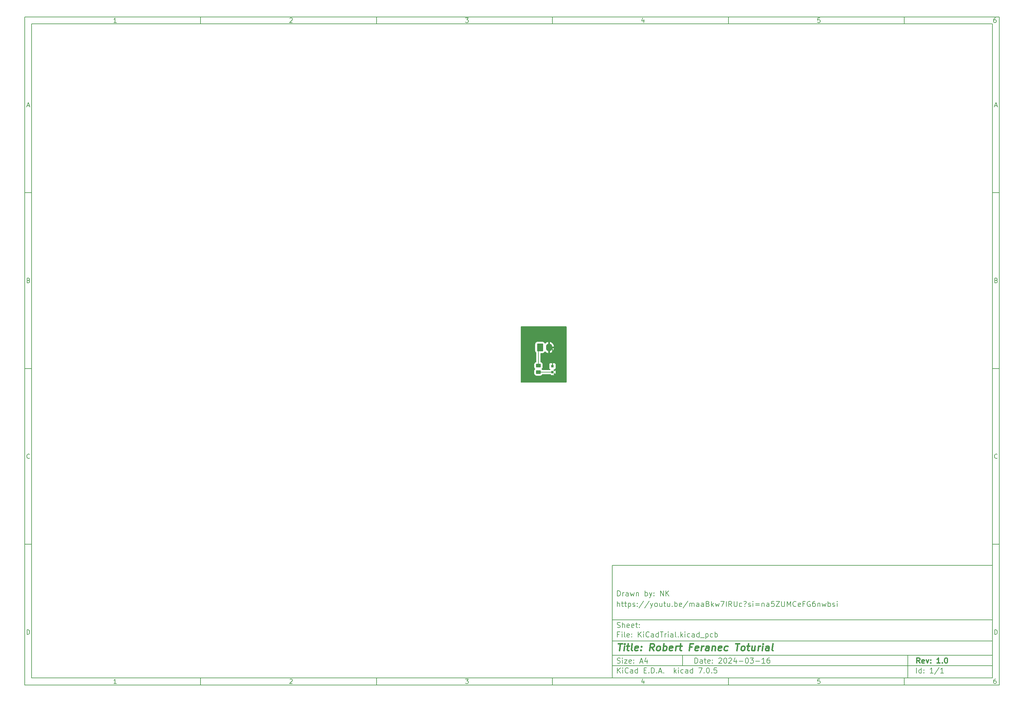
<source format=gbr>
%TF.GenerationSoftware,KiCad,Pcbnew,7.0.5*%
%TF.CreationDate,2024-05-21T11:35:56-04:00*%
%TF.ProjectId,KiCadTrial,4b694361-6454-4726-9961-6c2e6b696361,1.0*%
%TF.SameCoordinates,Original*%
%TF.FileFunction,Copper,L1,Top*%
%TF.FilePolarity,Positive*%
%FSLAX46Y46*%
G04 Gerber Fmt 4.6, Leading zero omitted, Abs format (unit mm)*
G04 Created by KiCad (PCBNEW 7.0.5) date 2024-05-21 11:35:56*
%MOMM*%
%LPD*%
G01*
G04 APERTURE LIST*
G04 Aperture macros list*
%AMRoundRect*
0 Rectangle with rounded corners*
0 $1 Rounding radius*
0 $2 $3 $4 $5 $6 $7 $8 $9 X,Y pos of 4 corners*
0 Add a 4 corners polygon primitive as box body*
4,1,4,$2,$3,$4,$5,$6,$7,$8,$9,$2,$3,0*
0 Add four circle primitives for the rounded corners*
1,1,$1+$1,$2,$3*
1,1,$1+$1,$4,$5*
1,1,$1+$1,$6,$7*
1,1,$1+$1,$8,$9*
0 Add four rect primitives between the rounded corners*
20,1,$1+$1,$2,$3,$4,$5,0*
20,1,$1+$1,$4,$5,$6,$7,0*
20,1,$1+$1,$6,$7,$8,$9,0*
20,1,$1+$1,$8,$9,$2,$3,0*%
G04 Aperture macros list end*
%ADD10C,0.100000*%
%ADD11C,0.150000*%
%ADD12C,0.300000*%
%ADD13C,0.400000*%
%TA.AperFunction,NonConductor*%
%ADD14C,0.200000*%
%TD*%
%TA.AperFunction,SMDPad,CuDef*%
%ADD15R,0.800000X0.800000*%
%TD*%
%TA.AperFunction,ComponentPad*%
%ADD16RoundRect,0.250000X-0.620000X-0.845000X0.620000X-0.845000X0.620000X0.845000X-0.620000X0.845000X0*%
%TD*%
%TA.AperFunction,ComponentPad*%
%ADD17O,1.740000X2.190000*%
%TD*%
%TA.AperFunction,SMDPad,CuDef*%
%ADD18RoundRect,0.250000X0.450000X-0.262500X0.450000X0.262500X-0.450000X0.262500X-0.450000X-0.262500X0*%
%TD*%
%TA.AperFunction,Conductor*%
%ADD19C,0.250000*%
%TD*%
G04 APERTURE END LIST*
D10*
D11*
X177002200Y-166007200D02*
X285002200Y-166007200D01*
X285002200Y-198007200D01*
X177002200Y-198007200D01*
X177002200Y-166007200D01*
D10*
D11*
X10000000Y-10000000D02*
X287002200Y-10000000D01*
X287002200Y-200007200D01*
X10000000Y-200007200D01*
X10000000Y-10000000D01*
D10*
D11*
X12000000Y-12000000D02*
X285002200Y-12000000D01*
X285002200Y-198007200D01*
X12000000Y-198007200D01*
X12000000Y-12000000D01*
D10*
D11*
X60000000Y-12000000D02*
X60000000Y-10000000D01*
D10*
D11*
X110000000Y-12000000D02*
X110000000Y-10000000D01*
D10*
D11*
X160000000Y-12000000D02*
X160000000Y-10000000D01*
D10*
D11*
X210000000Y-12000000D02*
X210000000Y-10000000D01*
D10*
D11*
X260000000Y-12000000D02*
X260000000Y-10000000D01*
D10*
D11*
X36089160Y-11593604D02*
X35346303Y-11593604D01*
X35717731Y-11593604D02*
X35717731Y-10293604D01*
X35717731Y-10293604D02*
X35593922Y-10479319D01*
X35593922Y-10479319D02*
X35470112Y-10603128D01*
X35470112Y-10603128D02*
X35346303Y-10665033D01*
D10*
D11*
X85346303Y-10417414D02*
X85408207Y-10355509D01*
X85408207Y-10355509D02*
X85532017Y-10293604D01*
X85532017Y-10293604D02*
X85841541Y-10293604D01*
X85841541Y-10293604D02*
X85965350Y-10355509D01*
X85965350Y-10355509D02*
X86027255Y-10417414D01*
X86027255Y-10417414D02*
X86089160Y-10541223D01*
X86089160Y-10541223D02*
X86089160Y-10665033D01*
X86089160Y-10665033D02*
X86027255Y-10850747D01*
X86027255Y-10850747D02*
X85284398Y-11593604D01*
X85284398Y-11593604D02*
X86089160Y-11593604D01*
D10*
D11*
X135284398Y-10293604D02*
X136089160Y-10293604D01*
X136089160Y-10293604D02*
X135655826Y-10788842D01*
X135655826Y-10788842D02*
X135841541Y-10788842D01*
X135841541Y-10788842D02*
X135965350Y-10850747D01*
X135965350Y-10850747D02*
X136027255Y-10912652D01*
X136027255Y-10912652D02*
X136089160Y-11036461D01*
X136089160Y-11036461D02*
X136089160Y-11345985D01*
X136089160Y-11345985D02*
X136027255Y-11469795D01*
X136027255Y-11469795D02*
X135965350Y-11531700D01*
X135965350Y-11531700D02*
X135841541Y-11593604D01*
X135841541Y-11593604D02*
X135470112Y-11593604D01*
X135470112Y-11593604D02*
X135346303Y-11531700D01*
X135346303Y-11531700D02*
X135284398Y-11469795D01*
D10*
D11*
X185965350Y-10726938D02*
X185965350Y-11593604D01*
X185655826Y-10231700D02*
X185346303Y-11160271D01*
X185346303Y-11160271D02*
X186151064Y-11160271D01*
D10*
D11*
X236027255Y-10293604D02*
X235408207Y-10293604D01*
X235408207Y-10293604D02*
X235346303Y-10912652D01*
X235346303Y-10912652D02*
X235408207Y-10850747D01*
X235408207Y-10850747D02*
X235532017Y-10788842D01*
X235532017Y-10788842D02*
X235841541Y-10788842D01*
X235841541Y-10788842D02*
X235965350Y-10850747D01*
X235965350Y-10850747D02*
X236027255Y-10912652D01*
X236027255Y-10912652D02*
X236089160Y-11036461D01*
X236089160Y-11036461D02*
X236089160Y-11345985D01*
X236089160Y-11345985D02*
X236027255Y-11469795D01*
X236027255Y-11469795D02*
X235965350Y-11531700D01*
X235965350Y-11531700D02*
X235841541Y-11593604D01*
X235841541Y-11593604D02*
X235532017Y-11593604D01*
X235532017Y-11593604D02*
X235408207Y-11531700D01*
X235408207Y-11531700D02*
X235346303Y-11469795D01*
D10*
D11*
X285965350Y-10293604D02*
X285717731Y-10293604D01*
X285717731Y-10293604D02*
X285593922Y-10355509D01*
X285593922Y-10355509D02*
X285532017Y-10417414D01*
X285532017Y-10417414D02*
X285408207Y-10603128D01*
X285408207Y-10603128D02*
X285346303Y-10850747D01*
X285346303Y-10850747D02*
X285346303Y-11345985D01*
X285346303Y-11345985D02*
X285408207Y-11469795D01*
X285408207Y-11469795D02*
X285470112Y-11531700D01*
X285470112Y-11531700D02*
X285593922Y-11593604D01*
X285593922Y-11593604D02*
X285841541Y-11593604D01*
X285841541Y-11593604D02*
X285965350Y-11531700D01*
X285965350Y-11531700D02*
X286027255Y-11469795D01*
X286027255Y-11469795D02*
X286089160Y-11345985D01*
X286089160Y-11345985D02*
X286089160Y-11036461D01*
X286089160Y-11036461D02*
X286027255Y-10912652D01*
X286027255Y-10912652D02*
X285965350Y-10850747D01*
X285965350Y-10850747D02*
X285841541Y-10788842D01*
X285841541Y-10788842D02*
X285593922Y-10788842D01*
X285593922Y-10788842D02*
X285470112Y-10850747D01*
X285470112Y-10850747D02*
X285408207Y-10912652D01*
X285408207Y-10912652D02*
X285346303Y-11036461D01*
D10*
D11*
X60000000Y-198007200D02*
X60000000Y-200007200D01*
D10*
D11*
X110000000Y-198007200D02*
X110000000Y-200007200D01*
D10*
D11*
X160000000Y-198007200D02*
X160000000Y-200007200D01*
D10*
D11*
X210000000Y-198007200D02*
X210000000Y-200007200D01*
D10*
D11*
X260000000Y-198007200D02*
X260000000Y-200007200D01*
D10*
D11*
X36089160Y-199600804D02*
X35346303Y-199600804D01*
X35717731Y-199600804D02*
X35717731Y-198300804D01*
X35717731Y-198300804D02*
X35593922Y-198486519D01*
X35593922Y-198486519D02*
X35470112Y-198610328D01*
X35470112Y-198610328D02*
X35346303Y-198672233D01*
D10*
D11*
X85346303Y-198424614D02*
X85408207Y-198362709D01*
X85408207Y-198362709D02*
X85532017Y-198300804D01*
X85532017Y-198300804D02*
X85841541Y-198300804D01*
X85841541Y-198300804D02*
X85965350Y-198362709D01*
X85965350Y-198362709D02*
X86027255Y-198424614D01*
X86027255Y-198424614D02*
X86089160Y-198548423D01*
X86089160Y-198548423D02*
X86089160Y-198672233D01*
X86089160Y-198672233D02*
X86027255Y-198857947D01*
X86027255Y-198857947D02*
X85284398Y-199600804D01*
X85284398Y-199600804D02*
X86089160Y-199600804D01*
D10*
D11*
X135284398Y-198300804D02*
X136089160Y-198300804D01*
X136089160Y-198300804D02*
X135655826Y-198796042D01*
X135655826Y-198796042D02*
X135841541Y-198796042D01*
X135841541Y-198796042D02*
X135965350Y-198857947D01*
X135965350Y-198857947D02*
X136027255Y-198919852D01*
X136027255Y-198919852D02*
X136089160Y-199043661D01*
X136089160Y-199043661D02*
X136089160Y-199353185D01*
X136089160Y-199353185D02*
X136027255Y-199476995D01*
X136027255Y-199476995D02*
X135965350Y-199538900D01*
X135965350Y-199538900D02*
X135841541Y-199600804D01*
X135841541Y-199600804D02*
X135470112Y-199600804D01*
X135470112Y-199600804D02*
X135346303Y-199538900D01*
X135346303Y-199538900D02*
X135284398Y-199476995D01*
D10*
D11*
X185965350Y-198734138D02*
X185965350Y-199600804D01*
X185655826Y-198238900D02*
X185346303Y-199167471D01*
X185346303Y-199167471D02*
X186151064Y-199167471D01*
D10*
D11*
X236027255Y-198300804D02*
X235408207Y-198300804D01*
X235408207Y-198300804D02*
X235346303Y-198919852D01*
X235346303Y-198919852D02*
X235408207Y-198857947D01*
X235408207Y-198857947D02*
X235532017Y-198796042D01*
X235532017Y-198796042D02*
X235841541Y-198796042D01*
X235841541Y-198796042D02*
X235965350Y-198857947D01*
X235965350Y-198857947D02*
X236027255Y-198919852D01*
X236027255Y-198919852D02*
X236089160Y-199043661D01*
X236089160Y-199043661D02*
X236089160Y-199353185D01*
X236089160Y-199353185D02*
X236027255Y-199476995D01*
X236027255Y-199476995D02*
X235965350Y-199538900D01*
X235965350Y-199538900D02*
X235841541Y-199600804D01*
X235841541Y-199600804D02*
X235532017Y-199600804D01*
X235532017Y-199600804D02*
X235408207Y-199538900D01*
X235408207Y-199538900D02*
X235346303Y-199476995D01*
D10*
D11*
X285965350Y-198300804D02*
X285717731Y-198300804D01*
X285717731Y-198300804D02*
X285593922Y-198362709D01*
X285593922Y-198362709D02*
X285532017Y-198424614D01*
X285532017Y-198424614D02*
X285408207Y-198610328D01*
X285408207Y-198610328D02*
X285346303Y-198857947D01*
X285346303Y-198857947D02*
X285346303Y-199353185D01*
X285346303Y-199353185D02*
X285408207Y-199476995D01*
X285408207Y-199476995D02*
X285470112Y-199538900D01*
X285470112Y-199538900D02*
X285593922Y-199600804D01*
X285593922Y-199600804D02*
X285841541Y-199600804D01*
X285841541Y-199600804D02*
X285965350Y-199538900D01*
X285965350Y-199538900D02*
X286027255Y-199476995D01*
X286027255Y-199476995D02*
X286089160Y-199353185D01*
X286089160Y-199353185D02*
X286089160Y-199043661D01*
X286089160Y-199043661D02*
X286027255Y-198919852D01*
X286027255Y-198919852D02*
X285965350Y-198857947D01*
X285965350Y-198857947D02*
X285841541Y-198796042D01*
X285841541Y-198796042D02*
X285593922Y-198796042D01*
X285593922Y-198796042D02*
X285470112Y-198857947D01*
X285470112Y-198857947D02*
X285408207Y-198919852D01*
X285408207Y-198919852D02*
X285346303Y-199043661D01*
D10*
D11*
X10000000Y-60000000D02*
X12000000Y-60000000D01*
D10*
D11*
X10000000Y-110000000D02*
X12000000Y-110000000D01*
D10*
D11*
X10000000Y-160000000D02*
X12000000Y-160000000D01*
D10*
D11*
X10690476Y-35222176D02*
X11309523Y-35222176D01*
X10566666Y-35593604D02*
X10999999Y-34293604D01*
X10999999Y-34293604D02*
X11433333Y-35593604D01*
D10*
D11*
X11092857Y-84912652D02*
X11278571Y-84974557D01*
X11278571Y-84974557D02*
X11340476Y-85036461D01*
X11340476Y-85036461D02*
X11402380Y-85160271D01*
X11402380Y-85160271D02*
X11402380Y-85345985D01*
X11402380Y-85345985D02*
X11340476Y-85469795D01*
X11340476Y-85469795D02*
X11278571Y-85531700D01*
X11278571Y-85531700D02*
X11154761Y-85593604D01*
X11154761Y-85593604D02*
X10659523Y-85593604D01*
X10659523Y-85593604D02*
X10659523Y-84293604D01*
X10659523Y-84293604D02*
X11092857Y-84293604D01*
X11092857Y-84293604D02*
X11216666Y-84355509D01*
X11216666Y-84355509D02*
X11278571Y-84417414D01*
X11278571Y-84417414D02*
X11340476Y-84541223D01*
X11340476Y-84541223D02*
X11340476Y-84665033D01*
X11340476Y-84665033D02*
X11278571Y-84788842D01*
X11278571Y-84788842D02*
X11216666Y-84850747D01*
X11216666Y-84850747D02*
X11092857Y-84912652D01*
X11092857Y-84912652D02*
X10659523Y-84912652D01*
D10*
D11*
X11402380Y-135469795D02*
X11340476Y-135531700D01*
X11340476Y-135531700D02*
X11154761Y-135593604D01*
X11154761Y-135593604D02*
X11030952Y-135593604D01*
X11030952Y-135593604D02*
X10845238Y-135531700D01*
X10845238Y-135531700D02*
X10721428Y-135407890D01*
X10721428Y-135407890D02*
X10659523Y-135284080D01*
X10659523Y-135284080D02*
X10597619Y-135036461D01*
X10597619Y-135036461D02*
X10597619Y-134850747D01*
X10597619Y-134850747D02*
X10659523Y-134603128D01*
X10659523Y-134603128D02*
X10721428Y-134479319D01*
X10721428Y-134479319D02*
X10845238Y-134355509D01*
X10845238Y-134355509D02*
X11030952Y-134293604D01*
X11030952Y-134293604D02*
X11154761Y-134293604D01*
X11154761Y-134293604D02*
X11340476Y-134355509D01*
X11340476Y-134355509D02*
X11402380Y-134417414D01*
D10*
D11*
X10659523Y-185593604D02*
X10659523Y-184293604D01*
X10659523Y-184293604D02*
X10969047Y-184293604D01*
X10969047Y-184293604D02*
X11154761Y-184355509D01*
X11154761Y-184355509D02*
X11278571Y-184479319D01*
X11278571Y-184479319D02*
X11340476Y-184603128D01*
X11340476Y-184603128D02*
X11402380Y-184850747D01*
X11402380Y-184850747D02*
X11402380Y-185036461D01*
X11402380Y-185036461D02*
X11340476Y-185284080D01*
X11340476Y-185284080D02*
X11278571Y-185407890D01*
X11278571Y-185407890D02*
X11154761Y-185531700D01*
X11154761Y-185531700D02*
X10969047Y-185593604D01*
X10969047Y-185593604D02*
X10659523Y-185593604D01*
D10*
D11*
X287002200Y-60000000D02*
X285002200Y-60000000D01*
D10*
D11*
X287002200Y-110000000D02*
X285002200Y-110000000D01*
D10*
D11*
X287002200Y-160000000D02*
X285002200Y-160000000D01*
D10*
D11*
X285692676Y-35222176D02*
X286311723Y-35222176D01*
X285568866Y-35593604D02*
X286002199Y-34293604D01*
X286002199Y-34293604D02*
X286435533Y-35593604D01*
D10*
D11*
X286095057Y-84912652D02*
X286280771Y-84974557D01*
X286280771Y-84974557D02*
X286342676Y-85036461D01*
X286342676Y-85036461D02*
X286404580Y-85160271D01*
X286404580Y-85160271D02*
X286404580Y-85345985D01*
X286404580Y-85345985D02*
X286342676Y-85469795D01*
X286342676Y-85469795D02*
X286280771Y-85531700D01*
X286280771Y-85531700D02*
X286156961Y-85593604D01*
X286156961Y-85593604D02*
X285661723Y-85593604D01*
X285661723Y-85593604D02*
X285661723Y-84293604D01*
X285661723Y-84293604D02*
X286095057Y-84293604D01*
X286095057Y-84293604D02*
X286218866Y-84355509D01*
X286218866Y-84355509D02*
X286280771Y-84417414D01*
X286280771Y-84417414D02*
X286342676Y-84541223D01*
X286342676Y-84541223D02*
X286342676Y-84665033D01*
X286342676Y-84665033D02*
X286280771Y-84788842D01*
X286280771Y-84788842D02*
X286218866Y-84850747D01*
X286218866Y-84850747D02*
X286095057Y-84912652D01*
X286095057Y-84912652D02*
X285661723Y-84912652D01*
D10*
D11*
X286404580Y-135469795D02*
X286342676Y-135531700D01*
X286342676Y-135531700D02*
X286156961Y-135593604D01*
X286156961Y-135593604D02*
X286033152Y-135593604D01*
X286033152Y-135593604D02*
X285847438Y-135531700D01*
X285847438Y-135531700D02*
X285723628Y-135407890D01*
X285723628Y-135407890D02*
X285661723Y-135284080D01*
X285661723Y-135284080D02*
X285599819Y-135036461D01*
X285599819Y-135036461D02*
X285599819Y-134850747D01*
X285599819Y-134850747D02*
X285661723Y-134603128D01*
X285661723Y-134603128D02*
X285723628Y-134479319D01*
X285723628Y-134479319D02*
X285847438Y-134355509D01*
X285847438Y-134355509D02*
X286033152Y-134293604D01*
X286033152Y-134293604D02*
X286156961Y-134293604D01*
X286156961Y-134293604D02*
X286342676Y-134355509D01*
X286342676Y-134355509D02*
X286404580Y-134417414D01*
D10*
D11*
X285661723Y-185593604D02*
X285661723Y-184293604D01*
X285661723Y-184293604D02*
X285971247Y-184293604D01*
X285971247Y-184293604D02*
X286156961Y-184355509D01*
X286156961Y-184355509D02*
X286280771Y-184479319D01*
X286280771Y-184479319D02*
X286342676Y-184603128D01*
X286342676Y-184603128D02*
X286404580Y-184850747D01*
X286404580Y-184850747D02*
X286404580Y-185036461D01*
X286404580Y-185036461D02*
X286342676Y-185284080D01*
X286342676Y-185284080D02*
X286280771Y-185407890D01*
X286280771Y-185407890D02*
X286156961Y-185531700D01*
X286156961Y-185531700D02*
X285971247Y-185593604D01*
X285971247Y-185593604D02*
X285661723Y-185593604D01*
D10*
D11*
X200458026Y-193793328D02*
X200458026Y-192293328D01*
X200458026Y-192293328D02*
X200815169Y-192293328D01*
X200815169Y-192293328D02*
X201029455Y-192364757D01*
X201029455Y-192364757D02*
X201172312Y-192507614D01*
X201172312Y-192507614D02*
X201243741Y-192650471D01*
X201243741Y-192650471D02*
X201315169Y-192936185D01*
X201315169Y-192936185D02*
X201315169Y-193150471D01*
X201315169Y-193150471D02*
X201243741Y-193436185D01*
X201243741Y-193436185D02*
X201172312Y-193579042D01*
X201172312Y-193579042D02*
X201029455Y-193721900D01*
X201029455Y-193721900D02*
X200815169Y-193793328D01*
X200815169Y-193793328D02*
X200458026Y-193793328D01*
X202600884Y-193793328D02*
X202600884Y-193007614D01*
X202600884Y-193007614D02*
X202529455Y-192864757D01*
X202529455Y-192864757D02*
X202386598Y-192793328D01*
X202386598Y-192793328D02*
X202100884Y-192793328D01*
X202100884Y-192793328D02*
X201958026Y-192864757D01*
X202600884Y-193721900D02*
X202458026Y-193793328D01*
X202458026Y-193793328D02*
X202100884Y-193793328D01*
X202100884Y-193793328D02*
X201958026Y-193721900D01*
X201958026Y-193721900D02*
X201886598Y-193579042D01*
X201886598Y-193579042D02*
X201886598Y-193436185D01*
X201886598Y-193436185D02*
X201958026Y-193293328D01*
X201958026Y-193293328D02*
X202100884Y-193221900D01*
X202100884Y-193221900D02*
X202458026Y-193221900D01*
X202458026Y-193221900D02*
X202600884Y-193150471D01*
X203100884Y-192793328D02*
X203672312Y-192793328D01*
X203315169Y-192293328D02*
X203315169Y-193579042D01*
X203315169Y-193579042D02*
X203386598Y-193721900D01*
X203386598Y-193721900D02*
X203529455Y-193793328D01*
X203529455Y-193793328D02*
X203672312Y-193793328D01*
X204743741Y-193721900D02*
X204600884Y-193793328D01*
X204600884Y-193793328D02*
X204315170Y-193793328D01*
X204315170Y-193793328D02*
X204172312Y-193721900D01*
X204172312Y-193721900D02*
X204100884Y-193579042D01*
X204100884Y-193579042D02*
X204100884Y-193007614D01*
X204100884Y-193007614D02*
X204172312Y-192864757D01*
X204172312Y-192864757D02*
X204315170Y-192793328D01*
X204315170Y-192793328D02*
X204600884Y-192793328D01*
X204600884Y-192793328D02*
X204743741Y-192864757D01*
X204743741Y-192864757D02*
X204815170Y-193007614D01*
X204815170Y-193007614D02*
X204815170Y-193150471D01*
X204815170Y-193150471D02*
X204100884Y-193293328D01*
X205458026Y-193650471D02*
X205529455Y-193721900D01*
X205529455Y-193721900D02*
X205458026Y-193793328D01*
X205458026Y-193793328D02*
X205386598Y-193721900D01*
X205386598Y-193721900D02*
X205458026Y-193650471D01*
X205458026Y-193650471D02*
X205458026Y-193793328D01*
X205458026Y-192864757D02*
X205529455Y-192936185D01*
X205529455Y-192936185D02*
X205458026Y-193007614D01*
X205458026Y-193007614D02*
X205386598Y-192936185D01*
X205386598Y-192936185D02*
X205458026Y-192864757D01*
X205458026Y-192864757D02*
X205458026Y-193007614D01*
X207243741Y-192436185D02*
X207315169Y-192364757D01*
X207315169Y-192364757D02*
X207458027Y-192293328D01*
X207458027Y-192293328D02*
X207815169Y-192293328D01*
X207815169Y-192293328D02*
X207958027Y-192364757D01*
X207958027Y-192364757D02*
X208029455Y-192436185D01*
X208029455Y-192436185D02*
X208100884Y-192579042D01*
X208100884Y-192579042D02*
X208100884Y-192721900D01*
X208100884Y-192721900D02*
X208029455Y-192936185D01*
X208029455Y-192936185D02*
X207172312Y-193793328D01*
X207172312Y-193793328D02*
X208100884Y-193793328D01*
X209029455Y-192293328D02*
X209172312Y-192293328D01*
X209172312Y-192293328D02*
X209315169Y-192364757D01*
X209315169Y-192364757D02*
X209386598Y-192436185D01*
X209386598Y-192436185D02*
X209458026Y-192579042D01*
X209458026Y-192579042D02*
X209529455Y-192864757D01*
X209529455Y-192864757D02*
X209529455Y-193221900D01*
X209529455Y-193221900D02*
X209458026Y-193507614D01*
X209458026Y-193507614D02*
X209386598Y-193650471D01*
X209386598Y-193650471D02*
X209315169Y-193721900D01*
X209315169Y-193721900D02*
X209172312Y-193793328D01*
X209172312Y-193793328D02*
X209029455Y-193793328D01*
X209029455Y-193793328D02*
X208886598Y-193721900D01*
X208886598Y-193721900D02*
X208815169Y-193650471D01*
X208815169Y-193650471D02*
X208743740Y-193507614D01*
X208743740Y-193507614D02*
X208672312Y-193221900D01*
X208672312Y-193221900D02*
X208672312Y-192864757D01*
X208672312Y-192864757D02*
X208743740Y-192579042D01*
X208743740Y-192579042D02*
X208815169Y-192436185D01*
X208815169Y-192436185D02*
X208886598Y-192364757D01*
X208886598Y-192364757D02*
X209029455Y-192293328D01*
X210100883Y-192436185D02*
X210172311Y-192364757D01*
X210172311Y-192364757D02*
X210315169Y-192293328D01*
X210315169Y-192293328D02*
X210672311Y-192293328D01*
X210672311Y-192293328D02*
X210815169Y-192364757D01*
X210815169Y-192364757D02*
X210886597Y-192436185D01*
X210886597Y-192436185D02*
X210958026Y-192579042D01*
X210958026Y-192579042D02*
X210958026Y-192721900D01*
X210958026Y-192721900D02*
X210886597Y-192936185D01*
X210886597Y-192936185D02*
X210029454Y-193793328D01*
X210029454Y-193793328D02*
X210958026Y-193793328D01*
X212243740Y-192793328D02*
X212243740Y-193793328D01*
X211886597Y-192221900D02*
X211529454Y-193293328D01*
X211529454Y-193293328D02*
X212458025Y-193293328D01*
X213029453Y-193221900D02*
X214172311Y-193221900D01*
X215172311Y-192293328D02*
X215315168Y-192293328D01*
X215315168Y-192293328D02*
X215458025Y-192364757D01*
X215458025Y-192364757D02*
X215529454Y-192436185D01*
X215529454Y-192436185D02*
X215600882Y-192579042D01*
X215600882Y-192579042D02*
X215672311Y-192864757D01*
X215672311Y-192864757D02*
X215672311Y-193221900D01*
X215672311Y-193221900D02*
X215600882Y-193507614D01*
X215600882Y-193507614D02*
X215529454Y-193650471D01*
X215529454Y-193650471D02*
X215458025Y-193721900D01*
X215458025Y-193721900D02*
X215315168Y-193793328D01*
X215315168Y-193793328D02*
X215172311Y-193793328D01*
X215172311Y-193793328D02*
X215029454Y-193721900D01*
X215029454Y-193721900D02*
X214958025Y-193650471D01*
X214958025Y-193650471D02*
X214886596Y-193507614D01*
X214886596Y-193507614D02*
X214815168Y-193221900D01*
X214815168Y-193221900D02*
X214815168Y-192864757D01*
X214815168Y-192864757D02*
X214886596Y-192579042D01*
X214886596Y-192579042D02*
X214958025Y-192436185D01*
X214958025Y-192436185D02*
X215029454Y-192364757D01*
X215029454Y-192364757D02*
X215172311Y-192293328D01*
X216172310Y-192293328D02*
X217100882Y-192293328D01*
X217100882Y-192293328D02*
X216600882Y-192864757D01*
X216600882Y-192864757D02*
X216815167Y-192864757D01*
X216815167Y-192864757D02*
X216958025Y-192936185D01*
X216958025Y-192936185D02*
X217029453Y-193007614D01*
X217029453Y-193007614D02*
X217100882Y-193150471D01*
X217100882Y-193150471D02*
X217100882Y-193507614D01*
X217100882Y-193507614D02*
X217029453Y-193650471D01*
X217029453Y-193650471D02*
X216958025Y-193721900D01*
X216958025Y-193721900D02*
X216815167Y-193793328D01*
X216815167Y-193793328D02*
X216386596Y-193793328D01*
X216386596Y-193793328D02*
X216243739Y-193721900D01*
X216243739Y-193721900D02*
X216172310Y-193650471D01*
X217743738Y-193221900D02*
X218886596Y-193221900D01*
X220386596Y-193793328D02*
X219529453Y-193793328D01*
X219958024Y-193793328D02*
X219958024Y-192293328D01*
X219958024Y-192293328D02*
X219815167Y-192507614D01*
X219815167Y-192507614D02*
X219672310Y-192650471D01*
X219672310Y-192650471D02*
X219529453Y-192721900D01*
X221672310Y-192293328D02*
X221386595Y-192293328D01*
X221386595Y-192293328D02*
X221243738Y-192364757D01*
X221243738Y-192364757D02*
X221172310Y-192436185D01*
X221172310Y-192436185D02*
X221029452Y-192650471D01*
X221029452Y-192650471D02*
X220958024Y-192936185D01*
X220958024Y-192936185D02*
X220958024Y-193507614D01*
X220958024Y-193507614D02*
X221029452Y-193650471D01*
X221029452Y-193650471D02*
X221100881Y-193721900D01*
X221100881Y-193721900D02*
X221243738Y-193793328D01*
X221243738Y-193793328D02*
X221529452Y-193793328D01*
X221529452Y-193793328D02*
X221672310Y-193721900D01*
X221672310Y-193721900D02*
X221743738Y-193650471D01*
X221743738Y-193650471D02*
X221815167Y-193507614D01*
X221815167Y-193507614D02*
X221815167Y-193150471D01*
X221815167Y-193150471D02*
X221743738Y-193007614D01*
X221743738Y-193007614D02*
X221672310Y-192936185D01*
X221672310Y-192936185D02*
X221529452Y-192864757D01*
X221529452Y-192864757D02*
X221243738Y-192864757D01*
X221243738Y-192864757D02*
X221100881Y-192936185D01*
X221100881Y-192936185D02*
X221029452Y-193007614D01*
X221029452Y-193007614D02*
X220958024Y-193150471D01*
D10*
D11*
X177002200Y-194507200D02*
X285002200Y-194507200D01*
D10*
D11*
X178458026Y-196593328D02*
X178458026Y-195093328D01*
X179315169Y-196593328D02*
X178672312Y-195736185D01*
X179315169Y-195093328D02*
X178458026Y-195950471D01*
X179958026Y-196593328D02*
X179958026Y-195593328D01*
X179958026Y-195093328D02*
X179886598Y-195164757D01*
X179886598Y-195164757D02*
X179958026Y-195236185D01*
X179958026Y-195236185D02*
X180029455Y-195164757D01*
X180029455Y-195164757D02*
X179958026Y-195093328D01*
X179958026Y-195093328D02*
X179958026Y-195236185D01*
X181529455Y-196450471D02*
X181458027Y-196521900D01*
X181458027Y-196521900D02*
X181243741Y-196593328D01*
X181243741Y-196593328D02*
X181100884Y-196593328D01*
X181100884Y-196593328D02*
X180886598Y-196521900D01*
X180886598Y-196521900D02*
X180743741Y-196379042D01*
X180743741Y-196379042D02*
X180672312Y-196236185D01*
X180672312Y-196236185D02*
X180600884Y-195950471D01*
X180600884Y-195950471D02*
X180600884Y-195736185D01*
X180600884Y-195736185D02*
X180672312Y-195450471D01*
X180672312Y-195450471D02*
X180743741Y-195307614D01*
X180743741Y-195307614D02*
X180886598Y-195164757D01*
X180886598Y-195164757D02*
X181100884Y-195093328D01*
X181100884Y-195093328D02*
X181243741Y-195093328D01*
X181243741Y-195093328D02*
X181458027Y-195164757D01*
X181458027Y-195164757D02*
X181529455Y-195236185D01*
X182815170Y-196593328D02*
X182815170Y-195807614D01*
X182815170Y-195807614D02*
X182743741Y-195664757D01*
X182743741Y-195664757D02*
X182600884Y-195593328D01*
X182600884Y-195593328D02*
X182315170Y-195593328D01*
X182315170Y-195593328D02*
X182172312Y-195664757D01*
X182815170Y-196521900D02*
X182672312Y-196593328D01*
X182672312Y-196593328D02*
X182315170Y-196593328D01*
X182315170Y-196593328D02*
X182172312Y-196521900D01*
X182172312Y-196521900D02*
X182100884Y-196379042D01*
X182100884Y-196379042D02*
X182100884Y-196236185D01*
X182100884Y-196236185D02*
X182172312Y-196093328D01*
X182172312Y-196093328D02*
X182315170Y-196021900D01*
X182315170Y-196021900D02*
X182672312Y-196021900D01*
X182672312Y-196021900D02*
X182815170Y-195950471D01*
X184172313Y-196593328D02*
X184172313Y-195093328D01*
X184172313Y-196521900D02*
X184029455Y-196593328D01*
X184029455Y-196593328D02*
X183743741Y-196593328D01*
X183743741Y-196593328D02*
X183600884Y-196521900D01*
X183600884Y-196521900D02*
X183529455Y-196450471D01*
X183529455Y-196450471D02*
X183458027Y-196307614D01*
X183458027Y-196307614D02*
X183458027Y-195879042D01*
X183458027Y-195879042D02*
X183529455Y-195736185D01*
X183529455Y-195736185D02*
X183600884Y-195664757D01*
X183600884Y-195664757D02*
X183743741Y-195593328D01*
X183743741Y-195593328D02*
X184029455Y-195593328D01*
X184029455Y-195593328D02*
X184172313Y-195664757D01*
X186029455Y-195807614D02*
X186529455Y-195807614D01*
X186743741Y-196593328D02*
X186029455Y-196593328D01*
X186029455Y-196593328D02*
X186029455Y-195093328D01*
X186029455Y-195093328D02*
X186743741Y-195093328D01*
X187386598Y-196450471D02*
X187458027Y-196521900D01*
X187458027Y-196521900D02*
X187386598Y-196593328D01*
X187386598Y-196593328D02*
X187315170Y-196521900D01*
X187315170Y-196521900D02*
X187386598Y-196450471D01*
X187386598Y-196450471D02*
X187386598Y-196593328D01*
X188100884Y-196593328D02*
X188100884Y-195093328D01*
X188100884Y-195093328D02*
X188458027Y-195093328D01*
X188458027Y-195093328D02*
X188672313Y-195164757D01*
X188672313Y-195164757D02*
X188815170Y-195307614D01*
X188815170Y-195307614D02*
X188886599Y-195450471D01*
X188886599Y-195450471D02*
X188958027Y-195736185D01*
X188958027Y-195736185D02*
X188958027Y-195950471D01*
X188958027Y-195950471D02*
X188886599Y-196236185D01*
X188886599Y-196236185D02*
X188815170Y-196379042D01*
X188815170Y-196379042D02*
X188672313Y-196521900D01*
X188672313Y-196521900D02*
X188458027Y-196593328D01*
X188458027Y-196593328D02*
X188100884Y-196593328D01*
X189600884Y-196450471D02*
X189672313Y-196521900D01*
X189672313Y-196521900D02*
X189600884Y-196593328D01*
X189600884Y-196593328D02*
X189529456Y-196521900D01*
X189529456Y-196521900D02*
X189600884Y-196450471D01*
X189600884Y-196450471D02*
X189600884Y-196593328D01*
X190243742Y-196164757D02*
X190958028Y-196164757D01*
X190100885Y-196593328D02*
X190600885Y-195093328D01*
X190600885Y-195093328D02*
X191100885Y-196593328D01*
X191600884Y-196450471D02*
X191672313Y-196521900D01*
X191672313Y-196521900D02*
X191600884Y-196593328D01*
X191600884Y-196593328D02*
X191529456Y-196521900D01*
X191529456Y-196521900D02*
X191600884Y-196450471D01*
X191600884Y-196450471D02*
X191600884Y-196593328D01*
X194600884Y-196593328D02*
X194600884Y-195093328D01*
X194743742Y-196021900D02*
X195172313Y-196593328D01*
X195172313Y-195593328D02*
X194600884Y-196164757D01*
X195815170Y-196593328D02*
X195815170Y-195593328D01*
X195815170Y-195093328D02*
X195743742Y-195164757D01*
X195743742Y-195164757D02*
X195815170Y-195236185D01*
X195815170Y-195236185D02*
X195886599Y-195164757D01*
X195886599Y-195164757D02*
X195815170Y-195093328D01*
X195815170Y-195093328D02*
X195815170Y-195236185D01*
X197172314Y-196521900D02*
X197029456Y-196593328D01*
X197029456Y-196593328D02*
X196743742Y-196593328D01*
X196743742Y-196593328D02*
X196600885Y-196521900D01*
X196600885Y-196521900D02*
X196529456Y-196450471D01*
X196529456Y-196450471D02*
X196458028Y-196307614D01*
X196458028Y-196307614D02*
X196458028Y-195879042D01*
X196458028Y-195879042D02*
X196529456Y-195736185D01*
X196529456Y-195736185D02*
X196600885Y-195664757D01*
X196600885Y-195664757D02*
X196743742Y-195593328D01*
X196743742Y-195593328D02*
X197029456Y-195593328D01*
X197029456Y-195593328D02*
X197172314Y-195664757D01*
X198458028Y-196593328D02*
X198458028Y-195807614D01*
X198458028Y-195807614D02*
X198386599Y-195664757D01*
X198386599Y-195664757D02*
X198243742Y-195593328D01*
X198243742Y-195593328D02*
X197958028Y-195593328D01*
X197958028Y-195593328D02*
X197815170Y-195664757D01*
X198458028Y-196521900D02*
X198315170Y-196593328D01*
X198315170Y-196593328D02*
X197958028Y-196593328D01*
X197958028Y-196593328D02*
X197815170Y-196521900D01*
X197815170Y-196521900D02*
X197743742Y-196379042D01*
X197743742Y-196379042D02*
X197743742Y-196236185D01*
X197743742Y-196236185D02*
X197815170Y-196093328D01*
X197815170Y-196093328D02*
X197958028Y-196021900D01*
X197958028Y-196021900D02*
X198315170Y-196021900D01*
X198315170Y-196021900D02*
X198458028Y-195950471D01*
X199815171Y-196593328D02*
X199815171Y-195093328D01*
X199815171Y-196521900D02*
X199672313Y-196593328D01*
X199672313Y-196593328D02*
X199386599Y-196593328D01*
X199386599Y-196593328D02*
X199243742Y-196521900D01*
X199243742Y-196521900D02*
X199172313Y-196450471D01*
X199172313Y-196450471D02*
X199100885Y-196307614D01*
X199100885Y-196307614D02*
X199100885Y-195879042D01*
X199100885Y-195879042D02*
X199172313Y-195736185D01*
X199172313Y-195736185D02*
X199243742Y-195664757D01*
X199243742Y-195664757D02*
X199386599Y-195593328D01*
X199386599Y-195593328D02*
X199672313Y-195593328D01*
X199672313Y-195593328D02*
X199815171Y-195664757D01*
X201529456Y-195093328D02*
X202529456Y-195093328D01*
X202529456Y-195093328D02*
X201886599Y-196593328D01*
X203100884Y-196450471D02*
X203172313Y-196521900D01*
X203172313Y-196521900D02*
X203100884Y-196593328D01*
X203100884Y-196593328D02*
X203029456Y-196521900D01*
X203029456Y-196521900D02*
X203100884Y-196450471D01*
X203100884Y-196450471D02*
X203100884Y-196593328D01*
X204100885Y-195093328D02*
X204243742Y-195093328D01*
X204243742Y-195093328D02*
X204386599Y-195164757D01*
X204386599Y-195164757D02*
X204458028Y-195236185D01*
X204458028Y-195236185D02*
X204529456Y-195379042D01*
X204529456Y-195379042D02*
X204600885Y-195664757D01*
X204600885Y-195664757D02*
X204600885Y-196021900D01*
X204600885Y-196021900D02*
X204529456Y-196307614D01*
X204529456Y-196307614D02*
X204458028Y-196450471D01*
X204458028Y-196450471D02*
X204386599Y-196521900D01*
X204386599Y-196521900D02*
X204243742Y-196593328D01*
X204243742Y-196593328D02*
X204100885Y-196593328D01*
X204100885Y-196593328D02*
X203958028Y-196521900D01*
X203958028Y-196521900D02*
X203886599Y-196450471D01*
X203886599Y-196450471D02*
X203815170Y-196307614D01*
X203815170Y-196307614D02*
X203743742Y-196021900D01*
X203743742Y-196021900D02*
X203743742Y-195664757D01*
X203743742Y-195664757D02*
X203815170Y-195379042D01*
X203815170Y-195379042D02*
X203886599Y-195236185D01*
X203886599Y-195236185D02*
X203958028Y-195164757D01*
X203958028Y-195164757D02*
X204100885Y-195093328D01*
X205243741Y-196450471D02*
X205315170Y-196521900D01*
X205315170Y-196521900D02*
X205243741Y-196593328D01*
X205243741Y-196593328D02*
X205172313Y-196521900D01*
X205172313Y-196521900D02*
X205243741Y-196450471D01*
X205243741Y-196450471D02*
X205243741Y-196593328D01*
X206672313Y-195093328D02*
X205958027Y-195093328D01*
X205958027Y-195093328D02*
X205886599Y-195807614D01*
X205886599Y-195807614D02*
X205958027Y-195736185D01*
X205958027Y-195736185D02*
X206100885Y-195664757D01*
X206100885Y-195664757D02*
X206458027Y-195664757D01*
X206458027Y-195664757D02*
X206600885Y-195736185D01*
X206600885Y-195736185D02*
X206672313Y-195807614D01*
X206672313Y-195807614D02*
X206743742Y-195950471D01*
X206743742Y-195950471D02*
X206743742Y-196307614D01*
X206743742Y-196307614D02*
X206672313Y-196450471D01*
X206672313Y-196450471D02*
X206600885Y-196521900D01*
X206600885Y-196521900D02*
X206458027Y-196593328D01*
X206458027Y-196593328D02*
X206100885Y-196593328D01*
X206100885Y-196593328D02*
X205958027Y-196521900D01*
X205958027Y-196521900D02*
X205886599Y-196450471D01*
D10*
D11*
X177002200Y-191507200D02*
X285002200Y-191507200D01*
D10*
D12*
X264413853Y-193785528D02*
X263913853Y-193071242D01*
X263556710Y-193785528D02*
X263556710Y-192285528D01*
X263556710Y-192285528D02*
X264128139Y-192285528D01*
X264128139Y-192285528D02*
X264270996Y-192356957D01*
X264270996Y-192356957D02*
X264342425Y-192428385D01*
X264342425Y-192428385D02*
X264413853Y-192571242D01*
X264413853Y-192571242D02*
X264413853Y-192785528D01*
X264413853Y-192785528D02*
X264342425Y-192928385D01*
X264342425Y-192928385D02*
X264270996Y-192999814D01*
X264270996Y-192999814D02*
X264128139Y-193071242D01*
X264128139Y-193071242D02*
X263556710Y-193071242D01*
X265628139Y-193714100D02*
X265485282Y-193785528D01*
X265485282Y-193785528D02*
X265199568Y-193785528D01*
X265199568Y-193785528D02*
X265056710Y-193714100D01*
X265056710Y-193714100D02*
X264985282Y-193571242D01*
X264985282Y-193571242D02*
X264985282Y-192999814D01*
X264985282Y-192999814D02*
X265056710Y-192856957D01*
X265056710Y-192856957D02*
X265199568Y-192785528D01*
X265199568Y-192785528D02*
X265485282Y-192785528D01*
X265485282Y-192785528D02*
X265628139Y-192856957D01*
X265628139Y-192856957D02*
X265699568Y-192999814D01*
X265699568Y-192999814D02*
X265699568Y-193142671D01*
X265699568Y-193142671D02*
X264985282Y-193285528D01*
X266199567Y-192785528D02*
X266556710Y-193785528D01*
X266556710Y-193785528D02*
X266913853Y-192785528D01*
X267485281Y-193642671D02*
X267556710Y-193714100D01*
X267556710Y-193714100D02*
X267485281Y-193785528D01*
X267485281Y-193785528D02*
X267413853Y-193714100D01*
X267413853Y-193714100D02*
X267485281Y-193642671D01*
X267485281Y-193642671D02*
X267485281Y-193785528D01*
X267485281Y-192856957D02*
X267556710Y-192928385D01*
X267556710Y-192928385D02*
X267485281Y-192999814D01*
X267485281Y-192999814D02*
X267413853Y-192928385D01*
X267413853Y-192928385D02*
X267485281Y-192856957D01*
X267485281Y-192856957D02*
X267485281Y-192999814D01*
X270128139Y-193785528D02*
X269270996Y-193785528D01*
X269699567Y-193785528D02*
X269699567Y-192285528D01*
X269699567Y-192285528D02*
X269556710Y-192499814D01*
X269556710Y-192499814D02*
X269413853Y-192642671D01*
X269413853Y-192642671D02*
X269270996Y-192714100D01*
X270770995Y-193642671D02*
X270842424Y-193714100D01*
X270842424Y-193714100D02*
X270770995Y-193785528D01*
X270770995Y-193785528D02*
X270699567Y-193714100D01*
X270699567Y-193714100D02*
X270770995Y-193642671D01*
X270770995Y-193642671D02*
X270770995Y-193785528D01*
X271770996Y-192285528D02*
X271913853Y-192285528D01*
X271913853Y-192285528D02*
X272056710Y-192356957D01*
X272056710Y-192356957D02*
X272128139Y-192428385D01*
X272128139Y-192428385D02*
X272199567Y-192571242D01*
X272199567Y-192571242D02*
X272270996Y-192856957D01*
X272270996Y-192856957D02*
X272270996Y-193214100D01*
X272270996Y-193214100D02*
X272199567Y-193499814D01*
X272199567Y-193499814D02*
X272128139Y-193642671D01*
X272128139Y-193642671D02*
X272056710Y-193714100D01*
X272056710Y-193714100D02*
X271913853Y-193785528D01*
X271913853Y-193785528D02*
X271770996Y-193785528D01*
X271770996Y-193785528D02*
X271628139Y-193714100D01*
X271628139Y-193714100D02*
X271556710Y-193642671D01*
X271556710Y-193642671D02*
X271485281Y-193499814D01*
X271485281Y-193499814D02*
X271413853Y-193214100D01*
X271413853Y-193214100D02*
X271413853Y-192856957D01*
X271413853Y-192856957D02*
X271485281Y-192571242D01*
X271485281Y-192571242D02*
X271556710Y-192428385D01*
X271556710Y-192428385D02*
X271628139Y-192356957D01*
X271628139Y-192356957D02*
X271770996Y-192285528D01*
D10*
D11*
X178386598Y-193721900D02*
X178600884Y-193793328D01*
X178600884Y-193793328D02*
X178958026Y-193793328D01*
X178958026Y-193793328D02*
X179100884Y-193721900D01*
X179100884Y-193721900D02*
X179172312Y-193650471D01*
X179172312Y-193650471D02*
X179243741Y-193507614D01*
X179243741Y-193507614D02*
X179243741Y-193364757D01*
X179243741Y-193364757D02*
X179172312Y-193221900D01*
X179172312Y-193221900D02*
X179100884Y-193150471D01*
X179100884Y-193150471D02*
X178958026Y-193079042D01*
X178958026Y-193079042D02*
X178672312Y-193007614D01*
X178672312Y-193007614D02*
X178529455Y-192936185D01*
X178529455Y-192936185D02*
X178458026Y-192864757D01*
X178458026Y-192864757D02*
X178386598Y-192721900D01*
X178386598Y-192721900D02*
X178386598Y-192579042D01*
X178386598Y-192579042D02*
X178458026Y-192436185D01*
X178458026Y-192436185D02*
X178529455Y-192364757D01*
X178529455Y-192364757D02*
X178672312Y-192293328D01*
X178672312Y-192293328D02*
X179029455Y-192293328D01*
X179029455Y-192293328D02*
X179243741Y-192364757D01*
X179886597Y-193793328D02*
X179886597Y-192793328D01*
X179886597Y-192293328D02*
X179815169Y-192364757D01*
X179815169Y-192364757D02*
X179886597Y-192436185D01*
X179886597Y-192436185D02*
X179958026Y-192364757D01*
X179958026Y-192364757D02*
X179886597Y-192293328D01*
X179886597Y-192293328D02*
X179886597Y-192436185D01*
X180458026Y-192793328D02*
X181243741Y-192793328D01*
X181243741Y-192793328D02*
X180458026Y-193793328D01*
X180458026Y-193793328D02*
X181243741Y-193793328D01*
X182386598Y-193721900D02*
X182243741Y-193793328D01*
X182243741Y-193793328D02*
X181958027Y-193793328D01*
X181958027Y-193793328D02*
X181815169Y-193721900D01*
X181815169Y-193721900D02*
X181743741Y-193579042D01*
X181743741Y-193579042D02*
X181743741Y-193007614D01*
X181743741Y-193007614D02*
X181815169Y-192864757D01*
X181815169Y-192864757D02*
X181958027Y-192793328D01*
X181958027Y-192793328D02*
X182243741Y-192793328D01*
X182243741Y-192793328D02*
X182386598Y-192864757D01*
X182386598Y-192864757D02*
X182458027Y-193007614D01*
X182458027Y-193007614D02*
X182458027Y-193150471D01*
X182458027Y-193150471D02*
X181743741Y-193293328D01*
X183100883Y-193650471D02*
X183172312Y-193721900D01*
X183172312Y-193721900D02*
X183100883Y-193793328D01*
X183100883Y-193793328D02*
X183029455Y-193721900D01*
X183029455Y-193721900D02*
X183100883Y-193650471D01*
X183100883Y-193650471D02*
X183100883Y-193793328D01*
X183100883Y-192864757D02*
X183172312Y-192936185D01*
X183172312Y-192936185D02*
X183100883Y-193007614D01*
X183100883Y-193007614D02*
X183029455Y-192936185D01*
X183029455Y-192936185D02*
X183100883Y-192864757D01*
X183100883Y-192864757D02*
X183100883Y-193007614D01*
X184886598Y-193364757D02*
X185600884Y-193364757D01*
X184743741Y-193793328D02*
X185243741Y-192293328D01*
X185243741Y-192293328D02*
X185743741Y-193793328D01*
X186886598Y-192793328D02*
X186886598Y-193793328D01*
X186529455Y-192221900D02*
X186172312Y-193293328D01*
X186172312Y-193293328D02*
X187100883Y-193293328D01*
D10*
D11*
X263458026Y-196593328D02*
X263458026Y-195093328D01*
X264815170Y-196593328D02*
X264815170Y-195093328D01*
X264815170Y-196521900D02*
X264672312Y-196593328D01*
X264672312Y-196593328D02*
X264386598Y-196593328D01*
X264386598Y-196593328D02*
X264243741Y-196521900D01*
X264243741Y-196521900D02*
X264172312Y-196450471D01*
X264172312Y-196450471D02*
X264100884Y-196307614D01*
X264100884Y-196307614D02*
X264100884Y-195879042D01*
X264100884Y-195879042D02*
X264172312Y-195736185D01*
X264172312Y-195736185D02*
X264243741Y-195664757D01*
X264243741Y-195664757D02*
X264386598Y-195593328D01*
X264386598Y-195593328D02*
X264672312Y-195593328D01*
X264672312Y-195593328D02*
X264815170Y-195664757D01*
X265529455Y-196450471D02*
X265600884Y-196521900D01*
X265600884Y-196521900D02*
X265529455Y-196593328D01*
X265529455Y-196593328D02*
X265458027Y-196521900D01*
X265458027Y-196521900D02*
X265529455Y-196450471D01*
X265529455Y-196450471D02*
X265529455Y-196593328D01*
X265529455Y-195664757D02*
X265600884Y-195736185D01*
X265600884Y-195736185D02*
X265529455Y-195807614D01*
X265529455Y-195807614D02*
X265458027Y-195736185D01*
X265458027Y-195736185D02*
X265529455Y-195664757D01*
X265529455Y-195664757D02*
X265529455Y-195807614D01*
X268172313Y-196593328D02*
X267315170Y-196593328D01*
X267743741Y-196593328D02*
X267743741Y-195093328D01*
X267743741Y-195093328D02*
X267600884Y-195307614D01*
X267600884Y-195307614D02*
X267458027Y-195450471D01*
X267458027Y-195450471D02*
X267315170Y-195521900D01*
X269886598Y-195021900D02*
X268600884Y-196950471D01*
X271172313Y-196593328D02*
X270315170Y-196593328D01*
X270743741Y-196593328D02*
X270743741Y-195093328D01*
X270743741Y-195093328D02*
X270600884Y-195307614D01*
X270600884Y-195307614D02*
X270458027Y-195450471D01*
X270458027Y-195450471D02*
X270315170Y-195521900D01*
D10*
D11*
X177002200Y-187507200D02*
X285002200Y-187507200D01*
D10*
D13*
X178693928Y-188211638D02*
X179836785Y-188211638D01*
X179015357Y-190211638D02*
X179265357Y-188211638D01*
X180253452Y-190211638D02*
X180420119Y-188878304D01*
X180503452Y-188211638D02*
X180396309Y-188306876D01*
X180396309Y-188306876D02*
X180479643Y-188402114D01*
X180479643Y-188402114D02*
X180586786Y-188306876D01*
X180586786Y-188306876D02*
X180503452Y-188211638D01*
X180503452Y-188211638D02*
X180479643Y-188402114D01*
X181086786Y-188878304D02*
X181848690Y-188878304D01*
X181455833Y-188211638D02*
X181241548Y-189925923D01*
X181241548Y-189925923D02*
X181312976Y-190116400D01*
X181312976Y-190116400D02*
X181491548Y-190211638D01*
X181491548Y-190211638D02*
X181682024Y-190211638D01*
X182634405Y-190211638D02*
X182455833Y-190116400D01*
X182455833Y-190116400D02*
X182384405Y-189925923D01*
X182384405Y-189925923D02*
X182598690Y-188211638D01*
X184170119Y-190116400D02*
X183967738Y-190211638D01*
X183967738Y-190211638D02*
X183586785Y-190211638D01*
X183586785Y-190211638D02*
X183408214Y-190116400D01*
X183408214Y-190116400D02*
X183336785Y-189925923D01*
X183336785Y-189925923D02*
X183432024Y-189164019D01*
X183432024Y-189164019D02*
X183551071Y-188973542D01*
X183551071Y-188973542D02*
X183753452Y-188878304D01*
X183753452Y-188878304D02*
X184134404Y-188878304D01*
X184134404Y-188878304D02*
X184312976Y-188973542D01*
X184312976Y-188973542D02*
X184384404Y-189164019D01*
X184384404Y-189164019D02*
X184360595Y-189354495D01*
X184360595Y-189354495D02*
X183384404Y-189544971D01*
X185134405Y-190021161D02*
X185217738Y-190116400D01*
X185217738Y-190116400D02*
X185110595Y-190211638D01*
X185110595Y-190211638D02*
X185027262Y-190116400D01*
X185027262Y-190116400D02*
X185134405Y-190021161D01*
X185134405Y-190021161D02*
X185110595Y-190211638D01*
X185265357Y-188973542D02*
X185348690Y-189068780D01*
X185348690Y-189068780D02*
X185241548Y-189164019D01*
X185241548Y-189164019D02*
X185158214Y-189068780D01*
X185158214Y-189068780D02*
X185265357Y-188973542D01*
X185265357Y-188973542D02*
X185241548Y-189164019D01*
X188729643Y-190211638D02*
X188182024Y-189259257D01*
X187586786Y-190211638D02*
X187836786Y-188211638D01*
X187836786Y-188211638D02*
X188598691Y-188211638D01*
X188598691Y-188211638D02*
X188777262Y-188306876D01*
X188777262Y-188306876D02*
X188860596Y-188402114D01*
X188860596Y-188402114D02*
X188932024Y-188592590D01*
X188932024Y-188592590D02*
X188896310Y-188878304D01*
X188896310Y-188878304D02*
X188777262Y-189068780D01*
X188777262Y-189068780D02*
X188670120Y-189164019D01*
X188670120Y-189164019D02*
X188467739Y-189259257D01*
X188467739Y-189259257D02*
X187705834Y-189259257D01*
X189872501Y-190211638D02*
X189693929Y-190116400D01*
X189693929Y-190116400D02*
X189610596Y-190021161D01*
X189610596Y-190021161D02*
X189539167Y-189830685D01*
X189539167Y-189830685D02*
X189610596Y-189259257D01*
X189610596Y-189259257D02*
X189729643Y-189068780D01*
X189729643Y-189068780D02*
X189836786Y-188973542D01*
X189836786Y-188973542D02*
X190039167Y-188878304D01*
X190039167Y-188878304D02*
X190324881Y-188878304D01*
X190324881Y-188878304D02*
X190503453Y-188973542D01*
X190503453Y-188973542D02*
X190586786Y-189068780D01*
X190586786Y-189068780D02*
X190658215Y-189259257D01*
X190658215Y-189259257D02*
X190586786Y-189830685D01*
X190586786Y-189830685D02*
X190467739Y-190021161D01*
X190467739Y-190021161D02*
X190360596Y-190116400D01*
X190360596Y-190116400D02*
X190158215Y-190211638D01*
X190158215Y-190211638D02*
X189872501Y-190211638D01*
X191396310Y-190211638D02*
X191646310Y-188211638D01*
X191551072Y-188973542D02*
X191753453Y-188878304D01*
X191753453Y-188878304D02*
X192134405Y-188878304D01*
X192134405Y-188878304D02*
X192312977Y-188973542D01*
X192312977Y-188973542D02*
X192396310Y-189068780D01*
X192396310Y-189068780D02*
X192467739Y-189259257D01*
X192467739Y-189259257D02*
X192396310Y-189830685D01*
X192396310Y-189830685D02*
X192277263Y-190021161D01*
X192277263Y-190021161D02*
X192170120Y-190116400D01*
X192170120Y-190116400D02*
X191967739Y-190211638D01*
X191967739Y-190211638D02*
X191586786Y-190211638D01*
X191586786Y-190211638D02*
X191408215Y-190116400D01*
X193979644Y-190116400D02*
X193777263Y-190211638D01*
X193777263Y-190211638D02*
X193396310Y-190211638D01*
X193396310Y-190211638D02*
X193217739Y-190116400D01*
X193217739Y-190116400D02*
X193146310Y-189925923D01*
X193146310Y-189925923D02*
X193241549Y-189164019D01*
X193241549Y-189164019D02*
X193360596Y-188973542D01*
X193360596Y-188973542D02*
X193562977Y-188878304D01*
X193562977Y-188878304D02*
X193943929Y-188878304D01*
X193943929Y-188878304D02*
X194122501Y-188973542D01*
X194122501Y-188973542D02*
X194193929Y-189164019D01*
X194193929Y-189164019D02*
X194170120Y-189354495D01*
X194170120Y-189354495D02*
X193193929Y-189544971D01*
X194920120Y-190211638D02*
X195086787Y-188878304D01*
X195039168Y-189259257D02*
X195158215Y-189068780D01*
X195158215Y-189068780D02*
X195265358Y-188973542D01*
X195265358Y-188973542D02*
X195467739Y-188878304D01*
X195467739Y-188878304D02*
X195658215Y-188878304D01*
X196039168Y-188878304D02*
X196801072Y-188878304D01*
X196408215Y-188211638D02*
X196193930Y-189925923D01*
X196193930Y-189925923D02*
X196265358Y-190116400D01*
X196265358Y-190116400D02*
X196443930Y-190211638D01*
X196443930Y-190211638D02*
X196634406Y-190211638D01*
X199622501Y-189164019D02*
X198955835Y-189164019D01*
X198824882Y-190211638D02*
X199074882Y-188211638D01*
X199074882Y-188211638D02*
X200027263Y-188211638D01*
X201312978Y-190116400D02*
X201110597Y-190211638D01*
X201110597Y-190211638D02*
X200729644Y-190211638D01*
X200729644Y-190211638D02*
X200551073Y-190116400D01*
X200551073Y-190116400D02*
X200479644Y-189925923D01*
X200479644Y-189925923D02*
X200574883Y-189164019D01*
X200574883Y-189164019D02*
X200693930Y-188973542D01*
X200693930Y-188973542D02*
X200896311Y-188878304D01*
X200896311Y-188878304D02*
X201277263Y-188878304D01*
X201277263Y-188878304D02*
X201455835Y-188973542D01*
X201455835Y-188973542D02*
X201527263Y-189164019D01*
X201527263Y-189164019D02*
X201503454Y-189354495D01*
X201503454Y-189354495D02*
X200527263Y-189544971D01*
X202253454Y-190211638D02*
X202420121Y-188878304D01*
X202372502Y-189259257D02*
X202491549Y-189068780D01*
X202491549Y-189068780D02*
X202598692Y-188973542D01*
X202598692Y-188973542D02*
X202801073Y-188878304D01*
X202801073Y-188878304D02*
X202991549Y-188878304D01*
X204348692Y-190211638D02*
X204479644Y-189164019D01*
X204479644Y-189164019D02*
X204408216Y-188973542D01*
X204408216Y-188973542D02*
X204229644Y-188878304D01*
X204229644Y-188878304D02*
X203848692Y-188878304D01*
X203848692Y-188878304D02*
X203646311Y-188973542D01*
X204360597Y-190116400D02*
X204158216Y-190211638D01*
X204158216Y-190211638D02*
X203682025Y-190211638D01*
X203682025Y-190211638D02*
X203503454Y-190116400D01*
X203503454Y-190116400D02*
X203432025Y-189925923D01*
X203432025Y-189925923D02*
X203455835Y-189735447D01*
X203455835Y-189735447D02*
X203574883Y-189544971D01*
X203574883Y-189544971D02*
X203777264Y-189449733D01*
X203777264Y-189449733D02*
X204253454Y-189449733D01*
X204253454Y-189449733D02*
X204455835Y-189354495D01*
X205467740Y-188878304D02*
X205301073Y-190211638D01*
X205443930Y-189068780D02*
X205551073Y-188973542D01*
X205551073Y-188973542D02*
X205753454Y-188878304D01*
X205753454Y-188878304D02*
X206039168Y-188878304D01*
X206039168Y-188878304D02*
X206217740Y-188973542D01*
X206217740Y-188973542D02*
X206289168Y-189164019D01*
X206289168Y-189164019D02*
X206158216Y-190211638D01*
X207884407Y-190116400D02*
X207682026Y-190211638D01*
X207682026Y-190211638D02*
X207301073Y-190211638D01*
X207301073Y-190211638D02*
X207122502Y-190116400D01*
X207122502Y-190116400D02*
X207051073Y-189925923D01*
X207051073Y-189925923D02*
X207146312Y-189164019D01*
X207146312Y-189164019D02*
X207265359Y-188973542D01*
X207265359Y-188973542D02*
X207467740Y-188878304D01*
X207467740Y-188878304D02*
X207848692Y-188878304D01*
X207848692Y-188878304D02*
X208027264Y-188973542D01*
X208027264Y-188973542D02*
X208098692Y-189164019D01*
X208098692Y-189164019D02*
X208074883Y-189354495D01*
X208074883Y-189354495D02*
X207098692Y-189544971D01*
X209693931Y-190116400D02*
X209491550Y-190211638D01*
X209491550Y-190211638D02*
X209110598Y-190211638D01*
X209110598Y-190211638D02*
X208932026Y-190116400D01*
X208932026Y-190116400D02*
X208848693Y-190021161D01*
X208848693Y-190021161D02*
X208777264Y-189830685D01*
X208777264Y-189830685D02*
X208848693Y-189259257D01*
X208848693Y-189259257D02*
X208967740Y-189068780D01*
X208967740Y-189068780D02*
X209074883Y-188973542D01*
X209074883Y-188973542D02*
X209277264Y-188878304D01*
X209277264Y-188878304D02*
X209658217Y-188878304D01*
X209658217Y-188878304D02*
X209836788Y-188973542D01*
X212027265Y-188211638D02*
X213170122Y-188211638D01*
X212348694Y-190211638D02*
X212598694Y-188211638D01*
X213872504Y-190211638D02*
X213693932Y-190116400D01*
X213693932Y-190116400D02*
X213610599Y-190021161D01*
X213610599Y-190021161D02*
X213539170Y-189830685D01*
X213539170Y-189830685D02*
X213610599Y-189259257D01*
X213610599Y-189259257D02*
X213729646Y-189068780D01*
X213729646Y-189068780D02*
X213836789Y-188973542D01*
X213836789Y-188973542D02*
X214039170Y-188878304D01*
X214039170Y-188878304D02*
X214324884Y-188878304D01*
X214324884Y-188878304D02*
X214503456Y-188973542D01*
X214503456Y-188973542D02*
X214586789Y-189068780D01*
X214586789Y-189068780D02*
X214658218Y-189259257D01*
X214658218Y-189259257D02*
X214586789Y-189830685D01*
X214586789Y-189830685D02*
X214467742Y-190021161D01*
X214467742Y-190021161D02*
X214360599Y-190116400D01*
X214360599Y-190116400D02*
X214158218Y-190211638D01*
X214158218Y-190211638D02*
X213872504Y-190211638D01*
X215277266Y-188878304D02*
X216039170Y-188878304D01*
X215646313Y-188211638D02*
X215432028Y-189925923D01*
X215432028Y-189925923D02*
X215503456Y-190116400D01*
X215503456Y-190116400D02*
X215682028Y-190211638D01*
X215682028Y-190211638D02*
X215872504Y-190211638D01*
X217562980Y-188878304D02*
X217396313Y-190211638D01*
X216705837Y-188878304D02*
X216574885Y-189925923D01*
X216574885Y-189925923D02*
X216646313Y-190116400D01*
X216646313Y-190116400D02*
X216824885Y-190211638D01*
X216824885Y-190211638D02*
X217110599Y-190211638D01*
X217110599Y-190211638D02*
X217312980Y-190116400D01*
X217312980Y-190116400D02*
X217420123Y-190021161D01*
X218348694Y-190211638D02*
X218515361Y-188878304D01*
X218467742Y-189259257D02*
X218586789Y-189068780D01*
X218586789Y-189068780D02*
X218693932Y-188973542D01*
X218693932Y-188973542D02*
X218896313Y-188878304D01*
X218896313Y-188878304D02*
X219086789Y-188878304D01*
X219586789Y-190211638D02*
X219753456Y-188878304D01*
X219836789Y-188211638D02*
X219729646Y-188306876D01*
X219729646Y-188306876D02*
X219812980Y-188402114D01*
X219812980Y-188402114D02*
X219920123Y-188306876D01*
X219920123Y-188306876D02*
X219836789Y-188211638D01*
X219836789Y-188211638D02*
X219812980Y-188402114D01*
X221396313Y-190211638D02*
X221527265Y-189164019D01*
X221527265Y-189164019D02*
X221455837Y-188973542D01*
X221455837Y-188973542D02*
X221277265Y-188878304D01*
X221277265Y-188878304D02*
X220896313Y-188878304D01*
X220896313Y-188878304D02*
X220693932Y-188973542D01*
X221408218Y-190116400D02*
X221205837Y-190211638D01*
X221205837Y-190211638D02*
X220729646Y-190211638D01*
X220729646Y-190211638D02*
X220551075Y-190116400D01*
X220551075Y-190116400D02*
X220479646Y-189925923D01*
X220479646Y-189925923D02*
X220503456Y-189735447D01*
X220503456Y-189735447D02*
X220622504Y-189544971D01*
X220622504Y-189544971D02*
X220824885Y-189449733D01*
X220824885Y-189449733D02*
X221301075Y-189449733D01*
X221301075Y-189449733D02*
X221503456Y-189354495D01*
X222634409Y-190211638D02*
X222455837Y-190116400D01*
X222455837Y-190116400D02*
X222384409Y-189925923D01*
X222384409Y-189925923D02*
X222598694Y-188211638D01*
D10*
D11*
X178958026Y-185607614D02*
X178458026Y-185607614D01*
X178458026Y-186393328D02*
X178458026Y-184893328D01*
X178458026Y-184893328D02*
X179172312Y-184893328D01*
X179743740Y-186393328D02*
X179743740Y-185393328D01*
X179743740Y-184893328D02*
X179672312Y-184964757D01*
X179672312Y-184964757D02*
X179743740Y-185036185D01*
X179743740Y-185036185D02*
X179815169Y-184964757D01*
X179815169Y-184964757D02*
X179743740Y-184893328D01*
X179743740Y-184893328D02*
X179743740Y-185036185D01*
X180672312Y-186393328D02*
X180529455Y-186321900D01*
X180529455Y-186321900D02*
X180458026Y-186179042D01*
X180458026Y-186179042D02*
X180458026Y-184893328D01*
X181815169Y-186321900D02*
X181672312Y-186393328D01*
X181672312Y-186393328D02*
X181386598Y-186393328D01*
X181386598Y-186393328D02*
X181243740Y-186321900D01*
X181243740Y-186321900D02*
X181172312Y-186179042D01*
X181172312Y-186179042D02*
X181172312Y-185607614D01*
X181172312Y-185607614D02*
X181243740Y-185464757D01*
X181243740Y-185464757D02*
X181386598Y-185393328D01*
X181386598Y-185393328D02*
X181672312Y-185393328D01*
X181672312Y-185393328D02*
X181815169Y-185464757D01*
X181815169Y-185464757D02*
X181886598Y-185607614D01*
X181886598Y-185607614D02*
X181886598Y-185750471D01*
X181886598Y-185750471D02*
X181172312Y-185893328D01*
X182529454Y-186250471D02*
X182600883Y-186321900D01*
X182600883Y-186321900D02*
X182529454Y-186393328D01*
X182529454Y-186393328D02*
X182458026Y-186321900D01*
X182458026Y-186321900D02*
X182529454Y-186250471D01*
X182529454Y-186250471D02*
X182529454Y-186393328D01*
X182529454Y-185464757D02*
X182600883Y-185536185D01*
X182600883Y-185536185D02*
X182529454Y-185607614D01*
X182529454Y-185607614D02*
X182458026Y-185536185D01*
X182458026Y-185536185D02*
X182529454Y-185464757D01*
X182529454Y-185464757D02*
X182529454Y-185607614D01*
X184386597Y-186393328D02*
X184386597Y-184893328D01*
X185243740Y-186393328D02*
X184600883Y-185536185D01*
X185243740Y-184893328D02*
X184386597Y-185750471D01*
X185886597Y-186393328D02*
X185886597Y-185393328D01*
X185886597Y-184893328D02*
X185815169Y-184964757D01*
X185815169Y-184964757D02*
X185886597Y-185036185D01*
X185886597Y-185036185D02*
X185958026Y-184964757D01*
X185958026Y-184964757D02*
X185886597Y-184893328D01*
X185886597Y-184893328D02*
X185886597Y-185036185D01*
X187458026Y-186250471D02*
X187386598Y-186321900D01*
X187386598Y-186321900D02*
X187172312Y-186393328D01*
X187172312Y-186393328D02*
X187029455Y-186393328D01*
X187029455Y-186393328D02*
X186815169Y-186321900D01*
X186815169Y-186321900D02*
X186672312Y-186179042D01*
X186672312Y-186179042D02*
X186600883Y-186036185D01*
X186600883Y-186036185D02*
X186529455Y-185750471D01*
X186529455Y-185750471D02*
X186529455Y-185536185D01*
X186529455Y-185536185D02*
X186600883Y-185250471D01*
X186600883Y-185250471D02*
X186672312Y-185107614D01*
X186672312Y-185107614D02*
X186815169Y-184964757D01*
X186815169Y-184964757D02*
X187029455Y-184893328D01*
X187029455Y-184893328D02*
X187172312Y-184893328D01*
X187172312Y-184893328D02*
X187386598Y-184964757D01*
X187386598Y-184964757D02*
X187458026Y-185036185D01*
X188743741Y-186393328D02*
X188743741Y-185607614D01*
X188743741Y-185607614D02*
X188672312Y-185464757D01*
X188672312Y-185464757D02*
X188529455Y-185393328D01*
X188529455Y-185393328D02*
X188243741Y-185393328D01*
X188243741Y-185393328D02*
X188100883Y-185464757D01*
X188743741Y-186321900D02*
X188600883Y-186393328D01*
X188600883Y-186393328D02*
X188243741Y-186393328D01*
X188243741Y-186393328D02*
X188100883Y-186321900D01*
X188100883Y-186321900D02*
X188029455Y-186179042D01*
X188029455Y-186179042D02*
X188029455Y-186036185D01*
X188029455Y-186036185D02*
X188100883Y-185893328D01*
X188100883Y-185893328D02*
X188243741Y-185821900D01*
X188243741Y-185821900D02*
X188600883Y-185821900D01*
X188600883Y-185821900D02*
X188743741Y-185750471D01*
X190100884Y-186393328D02*
X190100884Y-184893328D01*
X190100884Y-186321900D02*
X189958026Y-186393328D01*
X189958026Y-186393328D02*
X189672312Y-186393328D01*
X189672312Y-186393328D02*
X189529455Y-186321900D01*
X189529455Y-186321900D02*
X189458026Y-186250471D01*
X189458026Y-186250471D02*
X189386598Y-186107614D01*
X189386598Y-186107614D02*
X189386598Y-185679042D01*
X189386598Y-185679042D02*
X189458026Y-185536185D01*
X189458026Y-185536185D02*
X189529455Y-185464757D01*
X189529455Y-185464757D02*
X189672312Y-185393328D01*
X189672312Y-185393328D02*
X189958026Y-185393328D01*
X189958026Y-185393328D02*
X190100884Y-185464757D01*
X190600884Y-184893328D02*
X191458027Y-184893328D01*
X191029455Y-186393328D02*
X191029455Y-184893328D01*
X191958026Y-186393328D02*
X191958026Y-185393328D01*
X191958026Y-185679042D02*
X192029455Y-185536185D01*
X192029455Y-185536185D02*
X192100884Y-185464757D01*
X192100884Y-185464757D02*
X192243741Y-185393328D01*
X192243741Y-185393328D02*
X192386598Y-185393328D01*
X192886597Y-186393328D02*
X192886597Y-185393328D01*
X192886597Y-184893328D02*
X192815169Y-184964757D01*
X192815169Y-184964757D02*
X192886597Y-185036185D01*
X192886597Y-185036185D02*
X192958026Y-184964757D01*
X192958026Y-184964757D02*
X192886597Y-184893328D01*
X192886597Y-184893328D02*
X192886597Y-185036185D01*
X194243741Y-186393328D02*
X194243741Y-185607614D01*
X194243741Y-185607614D02*
X194172312Y-185464757D01*
X194172312Y-185464757D02*
X194029455Y-185393328D01*
X194029455Y-185393328D02*
X193743741Y-185393328D01*
X193743741Y-185393328D02*
X193600883Y-185464757D01*
X194243741Y-186321900D02*
X194100883Y-186393328D01*
X194100883Y-186393328D02*
X193743741Y-186393328D01*
X193743741Y-186393328D02*
X193600883Y-186321900D01*
X193600883Y-186321900D02*
X193529455Y-186179042D01*
X193529455Y-186179042D02*
X193529455Y-186036185D01*
X193529455Y-186036185D02*
X193600883Y-185893328D01*
X193600883Y-185893328D02*
X193743741Y-185821900D01*
X193743741Y-185821900D02*
X194100883Y-185821900D01*
X194100883Y-185821900D02*
X194243741Y-185750471D01*
X195172312Y-186393328D02*
X195029455Y-186321900D01*
X195029455Y-186321900D02*
X194958026Y-186179042D01*
X194958026Y-186179042D02*
X194958026Y-184893328D01*
X195743740Y-186250471D02*
X195815169Y-186321900D01*
X195815169Y-186321900D02*
X195743740Y-186393328D01*
X195743740Y-186393328D02*
X195672312Y-186321900D01*
X195672312Y-186321900D02*
X195743740Y-186250471D01*
X195743740Y-186250471D02*
X195743740Y-186393328D01*
X196458026Y-186393328D02*
X196458026Y-184893328D01*
X196600884Y-185821900D02*
X197029455Y-186393328D01*
X197029455Y-185393328D02*
X196458026Y-185964757D01*
X197672312Y-186393328D02*
X197672312Y-185393328D01*
X197672312Y-184893328D02*
X197600884Y-184964757D01*
X197600884Y-184964757D02*
X197672312Y-185036185D01*
X197672312Y-185036185D02*
X197743741Y-184964757D01*
X197743741Y-184964757D02*
X197672312Y-184893328D01*
X197672312Y-184893328D02*
X197672312Y-185036185D01*
X199029456Y-186321900D02*
X198886598Y-186393328D01*
X198886598Y-186393328D02*
X198600884Y-186393328D01*
X198600884Y-186393328D02*
X198458027Y-186321900D01*
X198458027Y-186321900D02*
X198386598Y-186250471D01*
X198386598Y-186250471D02*
X198315170Y-186107614D01*
X198315170Y-186107614D02*
X198315170Y-185679042D01*
X198315170Y-185679042D02*
X198386598Y-185536185D01*
X198386598Y-185536185D02*
X198458027Y-185464757D01*
X198458027Y-185464757D02*
X198600884Y-185393328D01*
X198600884Y-185393328D02*
X198886598Y-185393328D01*
X198886598Y-185393328D02*
X199029456Y-185464757D01*
X200315170Y-186393328D02*
X200315170Y-185607614D01*
X200315170Y-185607614D02*
X200243741Y-185464757D01*
X200243741Y-185464757D02*
X200100884Y-185393328D01*
X200100884Y-185393328D02*
X199815170Y-185393328D01*
X199815170Y-185393328D02*
X199672312Y-185464757D01*
X200315170Y-186321900D02*
X200172312Y-186393328D01*
X200172312Y-186393328D02*
X199815170Y-186393328D01*
X199815170Y-186393328D02*
X199672312Y-186321900D01*
X199672312Y-186321900D02*
X199600884Y-186179042D01*
X199600884Y-186179042D02*
X199600884Y-186036185D01*
X199600884Y-186036185D02*
X199672312Y-185893328D01*
X199672312Y-185893328D02*
X199815170Y-185821900D01*
X199815170Y-185821900D02*
X200172312Y-185821900D01*
X200172312Y-185821900D02*
X200315170Y-185750471D01*
X201672313Y-186393328D02*
X201672313Y-184893328D01*
X201672313Y-186321900D02*
X201529455Y-186393328D01*
X201529455Y-186393328D02*
X201243741Y-186393328D01*
X201243741Y-186393328D02*
X201100884Y-186321900D01*
X201100884Y-186321900D02*
X201029455Y-186250471D01*
X201029455Y-186250471D02*
X200958027Y-186107614D01*
X200958027Y-186107614D02*
X200958027Y-185679042D01*
X200958027Y-185679042D02*
X201029455Y-185536185D01*
X201029455Y-185536185D02*
X201100884Y-185464757D01*
X201100884Y-185464757D02*
X201243741Y-185393328D01*
X201243741Y-185393328D02*
X201529455Y-185393328D01*
X201529455Y-185393328D02*
X201672313Y-185464757D01*
X202029456Y-186536185D02*
X203172313Y-186536185D01*
X203529455Y-185393328D02*
X203529455Y-186893328D01*
X203529455Y-185464757D02*
X203672313Y-185393328D01*
X203672313Y-185393328D02*
X203958027Y-185393328D01*
X203958027Y-185393328D02*
X204100884Y-185464757D01*
X204100884Y-185464757D02*
X204172313Y-185536185D01*
X204172313Y-185536185D02*
X204243741Y-185679042D01*
X204243741Y-185679042D02*
X204243741Y-186107614D01*
X204243741Y-186107614D02*
X204172313Y-186250471D01*
X204172313Y-186250471D02*
X204100884Y-186321900D01*
X204100884Y-186321900D02*
X203958027Y-186393328D01*
X203958027Y-186393328D02*
X203672313Y-186393328D01*
X203672313Y-186393328D02*
X203529455Y-186321900D01*
X205529456Y-186321900D02*
X205386598Y-186393328D01*
X205386598Y-186393328D02*
X205100884Y-186393328D01*
X205100884Y-186393328D02*
X204958027Y-186321900D01*
X204958027Y-186321900D02*
X204886598Y-186250471D01*
X204886598Y-186250471D02*
X204815170Y-186107614D01*
X204815170Y-186107614D02*
X204815170Y-185679042D01*
X204815170Y-185679042D02*
X204886598Y-185536185D01*
X204886598Y-185536185D02*
X204958027Y-185464757D01*
X204958027Y-185464757D02*
X205100884Y-185393328D01*
X205100884Y-185393328D02*
X205386598Y-185393328D01*
X205386598Y-185393328D02*
X205529456Y-185464757D01*
X206172312Y-186393328D02*
X206172312Y-184893328D01*
X206172312Y-185464757D02*
X206315170Y-185393328D01*
X206315170Y-185393328D02*
X206600884Y-185393328D01*
X206600884Y-185393328D02*
X206743741Y-185464757D01*
X206743741Y-185464757D02*
X206815170Y-185536185D01*
X206815170Y-185536185D02*
X206886598Y-185679042D01*
X206886598Y-185679042D02*
X206886598Y-186107614D01*
X206886598Y-186107614D02*
X206815170Y-186250471D01*
X206815170Y-186250471D02*
X206743741Y-186321900D01*
X206743741Y-186321900D02*
X206600884Y-186393328D01*
X206600884Y-186393328D02*
X206315170Y-186393328D01*
X206315170Y-186393328D02*
X206172312Y-186321900D01*
D10*
D11*
X177002200Y-181507200D02*
X285002200Y-181507200D01*
D10*
D11*
X178386598Y-183621900D02*
X178600884Y-183693328D01*
X178600884Y-183693328D02*
X178958026Y-183693328D01*
X178958026Y-183693328D02*
X179100884Y-183621900D01*
X179100884Y-183621900D02*
X179172312Y-183550471D01*
X179172312Y-183550471D02*
X179243741Y-183407614D01*
X179243741Y-183407614D02*
X179243741Y-183264757D01*
X179243741Y-183264757D02*
X179172312Y-183121900D01*
X179172312Y-183121900D02*
X179100884Y-183050471D01*
X179100884Y-183050471D02*
X178958026Y-182979042D01*
X178958026Y-182979042D02*
X178672312Y-182907614D01*
X178672312Y-182907614D02*
X178529455Y-182836185D01*
X178529455Y-182836185D02*
X178458026Y-182764757D01*
X178458026Y-182764757D02*
X178386598Y-182621900D01*
X178386598Y-182621900D02*
X178386598Y-182479042D01*
X178386598Y-182479042D02*
X178458026Y-182336185D01*
X178458026Y-182336185D02*
X178529455Y-182264757D01*
X178529455Y-182264757D02*
X178672312Y-182193328D01*
X178672312Y-182193328D02*
X179029455Y-182193328D01*
X179029455Y-182193328D02*
X179243741Y-182264757D01*
X179886597Y-183693328D02*
X179886597Y-182193328D01*
X180529455Y-183693328D02*
X180529455Y-182907614D01*
X180529455Y-182907614D02*
X180458026Y-182764757D01*
X180458026Y-182764757D02*
X180315169Y-182693328D01*
X180315169Y-182693328D02*
X180100883Y-182693328D01*
X180100883Y-182693328D02*
X179958026Y-182764757D01*
X179958026Y-182764757D02*
X179886597Y-182836185D01*
X181815169Y-183621900D02*
X181672312Y-183693328D01*
X181672312Y-183693328D02*
X181386598Y-183693328D01*
X181386598Y-183693328D02*
X181243740Y-183621900D01*
X181243740Y-183621900D02*
X181172312Y-183479042D01*
X181172312Y-183479042D02*
X181172312Y-182907614D01*
X181172312Y-182907614D02*
X181243740Y-182764757D01*
X181243740Y-182764757D02*
X181386598Y-182693328D01*
X181386598Y-182693328D02*
X181672312Y-182693328D01*
X181672312Y-182693328D02*
X181815169Y-182764757D01*
X181815169Y-182764757D02*
X181886598Y-182907614D01*
X181886598Y-182907614D02*
X181886598Y-183050471D01*
X181886598Y-183050471D02*
X181172312Y-183193328D01*
X183100883Y-183621900D02*
X182958026Y-183693328D01*
X182958026Y-183693328D02*
X182672312Y-183693328D01*
X182672312Y-183693328D02*
X182529454Y-183621900D01*
X182529454Y-183621900D02*
X182458026Y-183479042D01*
X182458026Y-183479042D02*
X182458026Y-182907614D01*
X182458026Y-182907614D02*
X182529454Y-182764757D01*
X182529454Y-182764757D02*
X182672312Y-182693328D01*
X182672312Y-182693328D02*
X182958026Y-182693328D01*
X182958026Y-182693328D02*
X183100883Y-182764757D01*
X183100883Y-182764757D02*
X183172312Y-182907614D01*
X183172312Y-182907614D02*
X183172312Y-183050471D01*
X183172312Y-183050471D02*
X182458026Y-183193328D01*
X183600883Y-182693328D02*
X184172311Y-182693328D01*
X183815168Y-182193328D02*
X183815168Y-183479042D01*
X183815168Y-183479042D02*
X183886597Y-183621900D01*
X183886597Y-183621900D02*
X184029454Y-183693328D01*
X184029454Y-183693328D02*
X184172311Y-183693328D01*
X184672311Y-183550471D02*
X184743740Y-183621900D01*
X184743740Y-183621900D02*
X184672311Y-183693328D01*
X184672311Y-183693328D02*
X184600883Y-183621900D01*
X184600883Y-183621900D02*
X184672311Y-183550471D01*
X184672311Y-183550471D02*
X184672311Y-183693328D01*
X184672311Y-182764757D02*
X184743740Y-182836185D01*
X184743740Y-182836185D02*
X184672311Y-182907614D01*
X184672311Y-182907614D02*
X184600883Y-182836185D01*
X184600883Y-182836185D02*
X184672311Y-182764757D01*
X184672311Y-182764757D02*
X184672311Y-182907614D01*
D10*
D12*
D10*
D11*
X178458026Y-177693328D02*
X178458026Y-176193328D01*
X179100884Y-177693328D02*
X179100884Y-176907614D01*
X179100884Y-176907614D02*
X179029455Y-176764757D01*
X179029455Y-176764757D02*
X178886598Y-176693328D01*
X178886598Y-176693328D02*
X178672312Y-176693328D01*
X178672312Y-176693328D02*
X178529455Y-176764757D01*
X178529455Y-176764757D02*
X178458026Y-176836185D01*
X179600884Y-176693328D02*
X180172312Y-176693328D01*
X179815169Y-176193328D02*
X179815169Y-177479042D01*
X179815169Y-177479042D02*
X179886598Y-177621900D01*
X179886598Y-177621900D02*
X180029455Y-177693328D01*
X180029455Y-177693328D02*
X180172312Y-177693328D01*
X180458027Y-176693328D02*
X181029455Y-176693328D01*
X180672312Y-176193328D02*
X180672312Y-177479042D01*
X180672312Y-177479042D02*
X180743741Y-177621900D01*
X180743741Y-177621900D02*
X180886598Y-177693328D01*
X180886598Y-177693328D02*
X181029455Y-177693328D01*
X181529455Y-176693328D02*
X181529455Y-178193328D01*
X181529455Y-176764757D02*
X181672313Y-176693328D01*
X181672313Y-176693328D02*
X181958027Y-176693328D01*
X181958027Y-176693328D02*
X182100884Y-176764757D01*
X182100884Y-176764757D02*
X182172313Y-176836185D01*
X182172313Y-176836185D02*
X182243741Y-176979042D01*
X182243741Y-176979042D02*
X182243741Y-177407614D01*
X182243741Y-177407614D02*
X182172313Y-177550471D01*
X182172313Y-177550471D02*
X182100884Y-177621900D01*
X182100884Y-177621900D02*
X181958027Y-177693328D01*
X181958027Y-177693328D02*
X181672313Y-177693328D01*
X181672313Y-177693328D02*
X181529455Y-177621900D01*
X182815170Y-177621900D02*
X182958027Y-177693328D01*
X182958027Y-177693328D02*
X183243741Y-177693328D01*
X183243741Y-177693328D02*
X183386598Y-177621900D01*
X183386598Y-177621900D02*
X183458027Y-177479042D01*
X183458027Y-177479042D02*
X183458027Y-177407614D01*
X183458027Y-177407614D02*
X183386598Y-177264757D01*
X183386598Y-177264757D02*
X183243741Y-177193328D01*
X183243741Y-177193328D02*
X183029456Y-177193328D01*
X183029456Y-177193328D02*
X182886598Y-177121900D01*
X182886598Y-177121900D02*
X182815170Y-176979042D01*
X182815170Y-176979042D02*
X182815170Y-176907614D01*
X182815170Y-176907614D02*
X182886598Y-176764757D01*
X182886598Y-176764757D02*
X183029456Y-176693328D01*
X183029456Y-176693328D02*
X183243741Y-176693328D01*
X183243741Y-176693328D02*
X183386598Y-176764757D01*
X184100884Y-177550471D02*
X184172313Y-177621900D01*
X184172313Y-177621900D02*
X184100884Y-177693328D01*
X184100884Y-177693328D02*
X184029456Y-177621900D01*
X184029456Y-177621900D02*
X184100884Y-177550471D01*
X184100884Y-177550471D02*
X184100884Y-177693328D01*
X184100884Y-176764757D02*
X184172313Y-176836185D01*
X184172313Y-176836185D02*
X184100884Y-176907614D01*
X184100884Y-176907614D02*
X184029456Y-176836185D01*
X184029456Y-176836185D02*
X184100884Y-176764757D01*
X184100884Y-176764757D02*
X184100884Y-176907614D01*
X185886599Y-176121900D02*
X184600885Y-178050471D01*
X187458028Y-176121900D02*
X186172314Y-178050471D01*
X187815171Y-176693328D02*
X188172314Y-177693328D01*
X188529457Y-176693328D02*
X188172314Y-177693328D01*
X188172314Y-177693328D02*
X188029457Y-178050471D01*
X188029457Y-178050471D02*
X187958028Y-178121900D01*
X187958028Y-178121900D02*
X187815171Y-178193328D01*
X189315171Y-177693328D02*
X189172314Y-177621900D01*
X189172314Y-177621900D02*
X189100885Y-177550471D01*
X189100885Y-177550471D02*
X189029457Y-177407614D01*
X189029457Y-177407614D02*
X189029457Y-176979042D01*
X189029457Y-176979042D02*
X189100885Y-176836185D01*
X189100885Y-176836185D02*
X189172314Y-176764757D01*
X189172314Y-176764757D02*
X189315171Y-176693328D01*
X189315171Y-176693328D02*
X189529457Y-176693328D01*
X189529457Y-176693328D02*
X189672314Y-176764757D01*
X189672314Y-176764757D02*
X189743743Y-176836185D01*
X189743743Y-176836185D02*
X189815171Y-176979042D01*
X189815171Y-176979042D02*
X189815171Y-177407614D01*
X189815171Y-177407614D02*
X189743743Y-177550471D01*
X189743743Y-177550471D02*
X189672314Y-177621900D01*
X189672314Y-177621900D02*
X189529457Y-177693328D01*
X189529457Y-177693328D02*
X189315171Y-177693328D01*
X191100886Y-176693328D02*
X191100886Y-177693328D01*
X190458028Y-176693328D02*
X190458028Y-177479042D01*
X190458028Y-177479042D02*
X190529457Y-177621900D01*
X190529457Y-177621900D02*
X190672314Y-177693328D01*
X190672314Y-177693328D02*
X190886600Y-177693328D01*
X190886600Y-177693328D02*
X191029457Y-177621900D01*
X191029457Y-177621900D02*
X191100886Y-177550471D01*
X191600886Y-176693328D02*
X192172314Y-176693328D01*
X191815171Y-176193328D02*
X191815171Y-177479042D01*
X191815171Y-177479042D02*
X191886600Y-177621900D01*
X191886600Y-177621900D02*
X192029457Y-177693328D01*
X192029457Y-177693328D02*
X192172314Y-177693328D01*
X193315172Y-176693328D02*
X193315172Y-177693328D01*
X192672314Y-176693328D02*
X192672314Y-177479042D01*
X192672314Y-177479042D02*
X192743743Y-177621900D01*
X192743743Y-177621900D02*
X192886600Y-177693328D01*
X192886600Y-177693328D02*
X193100886Y-177693328D01*
X193100886Y-177693328D02*
X193243743Y-177621900D01*
X193243743Y-177621900D02*
X193315172Y-177550471D01*
X194029457Y-177550471D02*
X194100886Y-177621900D01*
X194100886Y-177621900D02*
X194029457Y-177693328D01*
X194029457Y-177693328D02*
X193958029Y-177621900D01*
X193958029Y-177621900D02*
X194029457Y-177550471D01*
X194029457Y-177550471D02*
X194029457Y-177693328D01*
X194743743Y-177693328D02*
X194743743Y-176193328D01*
X194743743Y-176764757D02*
X194886601Y-176693328D01*
X194886601Y-176693328D02*
X195172315Y-176693328D01*
X195172315Y-176693328D02*
X195315172Y-176764757D01*
X195315172Y-176764757D02*
X195386601Y-176836185D01*
X195386601Y-176836185D02*
X195458029Y-176979042D01*
X195458029Y-176979042D02*
X195458029Y-177407614D01*
X195458029Y-177407614D02*
X195386601Y-177550471D01*
X195386601Y-177550471D02*
X195315172Y-177621900D01*
X195315172Y-177621900D02*
X195172315Y-177693328D01*
X195172315Y-177693328D02*
X194886601Y-177693328D01*
X194886601Y-177693328D02*
X194743743Y-177621900D01*
X196672315Y-177621900D02*
X196529458Y-177693328D01*
X196529458Y-177693328D02*
X196243744Y-177693328D01*
X196243744Y-177693328D02*
X196100886Y-177621900D01*
X196100886Y-177621900D02*
X196029458Y-177479042D01*
X196029458Y-177479042D02*
X196029458Y-176907614D01*
X196029458Y-176907614D02*
X196100886Y-176764757D01*
X196100886Y-176764757D02*
X196243744Y-176693328D01*
X196243744Y-176693328D02*
X196529458Y-176693328D01*
X196529458Y-176693328D02*
X196672315Y-176764757D01*
X196672315Y-176764757D02*
X196743744Y-176907614D01*
X196743744Y-176907614D02*
X196743744Y-177050471D01*
X196743744Y-177050471D02*
X196029458Y-177193328D01*
X198458029Y-176121900D02*
X197172315Y-178050471D01*
X198958029Y-177693328D02*
X198958029Y-176693328D01*
X198958029Y-176836185D02*
X199029458Y-176764757D01*
X199029458Y-176764757D02*
X199172315Y-176693328D01*
X199172315Y-176693328D02*
X199386601Y-176693328D01*
X199386601Y-176693328D02*
X199529458Y-176764757D01*
X199529458Y-176764757D02*
X199600887Y-176907614D01*
X199600887Y-176907614D02*
X199600887Y-177693328D01*
X199600887Y-176907614D02*
X199672315Y-176764757D01*
X199672315Y-176764757D02*
X199815172Y-176693328D01*
X199815172Y-176693328D02*
X200029458Y-176693328D01*
X200029458Y-176693328D02*
X200172315Y-176764757D01*
X200172315Y-176764757D02*
X200243744Y-176907614D01*
X200243744Y-176907614D02*
X200243744Y-177693328D01*
X201600887Y-177693328D02*
X201600887Y-176907614D01*
X201600887Y-176907614D02*
X201529458Y-176764757D01*
X201529458Y-176764757D02*
X201386601Y-176693328D01*
X201386601Y-176693328D02*
X201100887Y-176693328D01*
X201100887Y-176693328D02*
X200958029Y-176764757D01*
X201600887Y-177621900D02*
X201458029Y-177693328D01*
X201458029Y-177693328D02*
X201100887Y-177693328D01*
X201100887Y-177693328D02*
X200958029Y-177621900D01*
X200958029Y-177621900D02*
X200886601Y-177479042D01*
X200886601Y-177479042D02*
X200886601Y-177336185D01*
X200886601Y-177336185D02*
X200958029Y-177193328D01*
X200958029Y-177193328D02*
X201100887Y-177121900D01*
X201100887Y-177121900D02*
X201458029Y-177121900D01*
X201458029Y-177121900D02*
X201600887Y-177050471D01*
X202958030Y-177693328D02*
X202958030Y-176907614D01*
X202958030Y-176907614D02*
X202886601Y-176764757D01*
X202886601Y-176764757D02*
X202743744Y-176693328D01*
X202743744Y-176693328D02*
X202458030Y-176693328D01*
X202458030Y-176693328D02*
X202315172Y-176764757D01*
X202958030Y-177621900D02*
X202815172Y-177693328D01*
X202815172Y-177693328D02*
X202458030Y-177693328D01*
X202458030Y-177693328D02*
X202315172Y-177621900D01*
X202315172Y-177621900D02*
X202243744Y-177479042D01*
X202243744Y-177479042D02*
X202243744Y-177336185D01*
X202243744Y-177336185D02*
X202315172Y-177193328D01*
X202315172Y-177193328D02*
X202458030Y-177121900D01*
X202458030Y-177121900D02*
X202815172Y-177121900D01*
X202815172Y-177121900D02*
X202958030Y-177050471D01*
X204172315Y-176907614D02*
X204386601Y-176979042D01*
X204386601Y-176979042D02*
X204458030Y-177050471D01*
X204458030Y-177050471D02*
X204529458Y-177193328D01*
X204529458Y-177193328D02*
X204529458Y-177407614D01*
X204529458Y-177407614D02*
X204458030Y-177550471D01*
X204458030Y-177550471D02*
X204386601Y-177621900D01*
X204386601Y-177621900D02*
X204243744Y-177693328D01*
X204243744Y-177693328D02*
X203672315Y-177693328D01*
X203672315Y-177693328D02*
X203672315Y-176193328D01*
X203672315Y-176193328D02*
X204172315Y-176193328D01*
X204172315Y-176193328D02*
X204315173Y-176264757D01*
X204315173Y-176264757D02*
X204386601Y-176336185D01*
X204386601Y-176336185D02*
X204458030Y-176479042D01*
X204458030Y-176479042D02*
X204458030Y-176621900D01*
X204458030Y-176621900D02*
X204386601Y-176764757D01*
X204386601Y-176764757D02*
X204315173Y-176836185D01*
X204315173Y-176836185D02*
X204172315Y-176907614D01*
X204172315Y-176907614D02*
X203672315Y-176907614D01*
X205172315Y-177693328D02*
X205172315Y-176193328D01*
X205315173Y-177121900D02*
X205743744Y-177693328D01*
X205743744Y-176693328D02*
X205172315Y-177264757D01*
X206243744Y-176693328D02*
X206529459Y-177693328D01*
X206529459Y-177693328D02*
X206815173Y-176979042D01*
X206815173Y-176979042D02*
X207100887Y-177693328D01*
X207100887Y-177693328D02*
X207386601Y-176693328D01*
X207815173Y-176193328D02*
X208815173Y-176193328D01*
X208815173Y-176193328D02*
X208172316Y-177693328D01*
X209386601Y-177693328D02*
X209386601Y-176193328D01*
X210958030Y-177693328D02*
X210458030Y-176979042D01*
X210100887Y-177693328D02*
X210100887Y-176193328D01*
X210100887Y-176193328D02*
X210672316Y-176193328D01*
X210672316Y-176193328D02*
X210815173Y-176264757D01*
X210815173Y-176264757D02*
X210886602Y-176336185D01*
X210886602Y-176336185D02*
X210958030Y-176479042D01*
X210958030Y-176479042D02*
X210958030Y-176693328D01*
X210958030Y-176693328D02*
X210886602Y-176836185D01*
X210886602Y-176836185D02*
X210815173Y-176907614D01*
X210815173Y-176907614D02*
X210672316Y-176979042D01*
X210672316Y-176979042D02*
X210100887Y-176979042D01*
X211600887Y-176193328D02*
X211600887Y-177407614D01*
X211600887Y-177407614D02*
X211672316Y-177550471D01*
X211672316Y-177550471D02*
X211743745Y-177621900D01*
X211743745Y-177621900D02*
X211886602Y-177693328D01*
X211886602Y-177693328D02*
X212172316Y-177693328D01*
X212172316Y-177693328D02*
X212315173Y-177621900D01*
X212315173Y-177621900D02*
X212386602Y-177550471D01*
X212386602Y-177550471D02*
X212458030Y-177407614D01*
X212458030Y-177407614D02*
X212458030Y-176193328D01*
X213815174Y-177621900D02*
X213672316Y-177693328D01*
X213672316Y-177693328D02*
X213386602Y-177693328D01*
X213386602Y-177693328D02*
X213243745Y-177621900D01*
X213243745Y-177621900D02*
X213172316Y-177550471D01*
X213172316Y-177550471D02*
X213100888Y-177407614D01*
X213100888Y-177407614D02*
X213100888Y-176979042D01*
X213100888Y-176979042D02*
X213172316Y-176836185D01*
X213172316Y-176836185D02*
X213243745Y-176764757D01*
X213243745Y-176764757D02*
X213386602Y-176693328D01*
X213386602Y-176693328D02*
X213672316Y-176693328D01*
X213672316Y-176693328D02*
X213815174Y-176764757D01*
X214672316Y-177550471D02*
X214743745Y-177621900D01*
X214743745Y-177621900D02*
X214672316Y-177693328D01*
X214672316Y-177693328D02*
X214600888Y-177621900D01*
X214600888Y-177621900D02*
X214672316Y-177550471D01*
X214672316Y-177550471D02*
X214672316Y-177693328D01*
X214386602Y-176264757D02*
X214529459Y-176193328D01*
X214529459Y-176193328D02*
X214886602Y-176193328D01*
X214886602Y-176193328D02*
X215029459Y-176264757D01*
X215029459Y-176264757D02*
X215100888Y-176407614D01*
X215100888Y-176407614D02*
X215100888Y-176550471D01*
X215100888Y-176550471D02*
X215029459Y-176693328D01*
X215029459Y-176693328D02*
X214958030Y-176764757D01*
X214958030Y-176764757D02*
X214815173Y-176836185D01*
X214815173Y-176836185D02*
X214743745Y-176907614D01*
X214743745Y-176907614D02*
X214672316Y-177050471D01*
X214672316Y-177050471D02*
X214672316Y-177121900D01*
X215672316Y-177621900D02*
X215815173Y-177693328D01*
X215815173Y-177693328D02*
X216100887Y-177693328D01*
X216100887Y-177693328D02*
X216243744Y-177621900D01*
X216243744Y-177621900D02*
X216315173Y-177479042D01*
X216315173Y-177479042D02*
X216315173Y-177407614D01*
X216315173Y-177407614D02*
X216243744Y-177264757D01*
X216243744Y-177264757D02*
X216100887Y-177193328D01*
X216100887Y-177193328D02*
X215886602Y-177193328D01*
X215886602Y-177193328D02*
X215743744Y-177121900D01*
X215743744Y-177121900D02*
X215672316Y-176979042D01*
X215672316Y-176979042D02*
X215672316Y-176907614D01*
X215672316Y-176907614D02*
X215743744Y-176764757D01*
X215743744Y-176764757D02*
X215886602Y-176693328D01*
X215886602Y-176693328D02*
X216100887Y-176693328D01*
X216100887Y-176693328D02*
X216243744Y-176764757D01*
X216958030Y-177693328D02*
X216958030Y-176693328D01*
X216958030Y-176193328D02*
X216886602Y-176264757D01*
X216886602Y-176264757D02*
X216958030Y-176336185D01*
X216958030Y-176336185D02*
X217029459Y-176264757D01*
X217029459Y-176264757D02*
X216958030Y-176193328D01*
X216958030Y-176193328D02*
X216958030Y-176336185D01*
X217672316Y-176907614D02*
X218815174Y-176907614D01*
X218815174Y-177336185D02*
X217672316Y-177336185D01*
X219529459Y-176693328D02*
X219529459Y-177693328D01*
X219529459Y-176836185D02*
X219600888Y-176764757D01*
X219600888Y-176764757D02*
X219743745Y-176693328D01*
X219743745Y-176693328D02*
X219958031Y-176693328D01*
X219958031Y-176693328D02*
X220100888Y-176764757D01*
X220100888Y-176764757D02*
X220172317Y-176907614D01*
X220172317Y-176907614D02*
X220172317Y-177693328D01*
X221529460Y-177693328D02*
X221529460Y-176907614D01*
X221529460Y-176907614D02*
X221458031Y-176764757D01*
X221458031Y-176764757D02*
X221315174Y-176693328D01*
X221315174Y-176693328D02*
X221029460Y-176693328D01*
X221029460Y-176693328D02*
X220886602Y-176764757D01*
X221529460Y-177621900D02*
X221386602Y-177693328D01*
X221386602Y-177693328D02*
X221029460Y-177693328D01*
X221029460Y-177693328D02*
X220886602Y-177621900D01*
X220886602Y-177621900D02*
X220815174Y-177479042D01*
X220815174Y-177479042D02*
X220815174Y-177336185D01*
X220815174Y-177336185D02*
X220886602Y-177193328D01*
X220886602Y-177193328D02*
X221029460Y-177121900D01*
X221029460Y-177121900D02*
X221386602Y-177121900D01*
X221386602Y-177121900D02*
X221529460Y-177050471D01*
X222958031Y-176193328D02*
X222243745Y-176193328D01*
X222243745Y-176193328D02*
X222172317Y-176907614D01*
X222172317Y-176907614D02*
X222243745Y-176836185D01*
X222243745Y-176836185D02*
X222386603Y-176764757D01*
X222386603Y-176764757D02*
X222743745Y-176764757D01*
X222743745Y-176764757D02*
X222886603Y-176836185D01*
X222886603Y-176836185D02*
X222958031Y-176907614D01*
X222958031Y-176907614D02*
X223029460Y-177050471D01*
X223029460Y-177050471D02*
X223029460Y-177407614D01*
X223029460Y-177407614D02*
X222958031Y-177550471D01*
X222958031Y-177550471D02*
X222886603Y-177621900D01*
X222886603Y-177621900D02*
X222743745Y-177693328D01*
X222743745Y-177693328D02*
X222386603Y-177693328D01*
X222386603Y-177693328D02*
X222243745Y-177621900D01*
X222243745Y-177621900D02*
X222172317Y-177550471D01*
X223529459Y-176193328D02*
X224529459Y-176193328D01*
X224529459Y-176193328D02*
X223529459Y-177693328D01*
X223529459Y-177693328D02*
X224529459Y-177693328D01*
X225100887Y-176193328D02*
X225100887Y-177407614D01*
X225100887Y-177407614D02*
X225172316Y-177550471D01*
X225172316Y-177550471D02*
X225243745Y-177621900D01*
X225243745Y-177621900D02*
X225386602Y-177693328D01*
X225386602Y-177693328D02*
X225672316Y-177693328D01*
X225672316Y-177693328D02*
X225815173Y-177621900D01*
X225815173Y-177621900D02*
X225886602Y-177550471D01*
X225886602Y-177550471D02*
X225958030Y-177407614D01*
X225958030Y-177407614D02*
X225958030Y-176193328D01*
X226672316Y-177693328D02*
X226672316Y-176193328D01*
X226672316Y-176193328D02*
X227172316Y-177264757D01*
X227172316Y-177264757D02*
X227672316Y-176193328D01*
X227672316Y-176193328D02*
X227672316Y-177693328D01*
X229243745Y-177550471D02*
X229172317Y-177621900D01*
X229172317Y-177621900D02*
X228958031Y-177693328D01*
X228958031Y-177693328D02*
X228815174Y-177693328D01*
X228815174Y-177693328D02*
X228600888Y-177621900D01*
X228600888Y-177621900D02*
X228458031Y-177479042D01*
X228458031Y-177479042D02*
X228386602Y-177336185D01*
X228386602Y-177336185D02*
X228315174Y-177050471D01*
X228315174Y-177050471D02*
X228315174Y-176836185D01*
X228315174Y-176836185D02*
X228386602Y-176550471D01*
X228386602Y-176550471D02*
X228458031Y-176407614D01*
X228458031Y-176407614D02*
X228600888Y-176264757D01*
X228600888Y-176264757D02*
X228815174Y-176193328D01*
X228815174Y-176193328D02*
X228958031Y-176193328D01*
X228958031Y-176193328D02*
X229172317Y-176264757D01*
X229172317Y-176264757D02*
X229243745Y-176336185D01*
X230458031Y-177621900D02*
X230315174Y-177693328D01*
X230315174Y-177693328D02*
X230029460Y-177693328D01*
X230029460Y-177693328D02*
X229886602Y-177621900D01*
X229886602Y-177621900D02*
X229815174Y-177479042D01*
X229815174Y-177479042D02*
X229815174Y-176907614D01*
X229815174Y-176907614D02*
X229886602Y-176764757D01*
X229886602Y-176764757D02*
X230029460Y-176693328D01*
X230029460Y-176693328D02*
X230315174Y-176693328D01*
X230315174Y-176693328D02*
X230458031Y-176764757D01*
X230458031Y-176764757D02*
X230529460Y-176907614D01*
X230529460Y-176907614D02*
X230529460Y-177050471D01*
X230529460Y-177050471D02*
X229815174Y-177193328D01*
X231672316Y-176907614D02*
X231172316Y-176907614D01*
X231172316Y-177693328D02*
X231172316Y-176193328D01*
X231172316Y-176193328D02*
X231886602Y-176193328D01*
X233243745Y-176264757D02*
X233100888Y-176193328D01*
X233100888Y-176193328D02*
X232886602Y-176193328D01*
X232886602Y-176193328D02*
X232672316Y-176264757D01*
X232672316Y-176264757D02*
X232529459Y-176407614D01*
X232529459Y-176407614D02*
X232458030Y-176550471D01*
X232458030Y-176550471D02*
X232386602Y-176836185D01*
X232386602Y-176836185D02*
X232386602Y-177050471D01*
X232386602Y-177050471D02*
X232458030Y-177336185D01*
X232458030Y-177336185D02*
X232529459Y-177479042D01*
X232529459Y-177479042D02*
X232672316Y-177621900D01*
X232672316Y-177621900D02*
X232886602Y-177693328D01*
X232886602Y-177693328D02*
X233029459Y-177693328D01*
X233029459Y-177693328D02*
X233243745Y-177621900D01*
X233243745Y-177621900D02*
X233315173Y-177550471D01*
X233315173Y-177550471D02*
X233315173Y-177050471D01*
X233315173Y-177050471D02*
X233029459Y-177050471D01*
X234600888Y-176193328D02*
X234315173Y-176193328D01*
X234315173Y-176193328D02*
X234172316Y-176264757D01*
X234172316Y-176264757D02*
X234100888Y-176336185D01*
X234100888Y-176336185D02*
X233958030Y-176550471D01*
X233958030Y-176550471D02*
X233886602Y-176836185D01*
X233886602Y-176836185D02*
X233886602Y-177407614D01*
X233886602Y-177407614D02*
X233958030Y-177550471D01*
X233958030Y-177550471D02*
X234029459Y-177621900D01*
X234029459Y-177621900D02*
X234172316Y-177693328D01*
X234172316Y-177693328D02*
X234458030Y-177693328D01*
X234458030Y-177693328D02*
X234600888Y-177621900D01*
X234600888Y-177621900D02*
X234672316Y-177550471D01*
X234672316Y-177550471D02*
X234743745Y-177407614D01*
X234743745Y-177407614D02*
X234743745Y-177050471D01*
X234743745Y-177050471D02*
X234672316Y-176907614D01*
X234672316Y-176907614D02*
X234600888Y-176836185D01*
X234600888Y-176836185D02*
X234458030Y-176764757D01*
X234458030Y-176764757D02*
X234172316Y-176764757D01*
X234172316Y-176764757D02*
X234029459Y-176836185D01*
X234029459Y-176836185D02*
X233958030Y-176907614D01*
X233958030Y-176907614D02*
X233886602Y-177050471D01*
X235386601Y-176693328D02*
X235386601Y-177693328D01*
X235386601Y-176836185D02*
X235458030Y-176764757D01*
X235458030Y-176764757D02*
X235600887Y-176693328D01*
X235600887Y-176693328D02*
X235815173Y-176693328D01*
X235815173Y-176693328D02*
X235958030Y-176764757D01*
X235958030Y-176764757D02*
X236029459Y-176907614D01*
X236029459Y-176907614D02*
X236029459Y-177693328D01*
X236600887Y-176693328D02*
X236886602Y-177693328D01*
X236886602Y-177693328D02*
X237172316Y-176979042D01*
X237172316Y-176979042D02*
X237458030Y-177693328D01*
X237458030Y-177693328D02*
X237743744Y-176693328D01*
X238315173Y-177693328D02*
X238315173Y-176193328D01*
X238315173Y-176764757D02*
X238458031Y-176693328D01*
X238458031Y-176693328D02*
X238743745Y-176693328D01*
X238743745Y-176693328D02*
X238886602Y-176764757D01*
X238886602Y-176764757D02*
X238958031Y-176836185D01*
X238958031Y-176836185D02*
X239029459Y-176979042D01*
X239029459Y-176979042D02*
X239029459Y-177407614D01*
X239029459Y-177407614D02*
X238958031Y-177550471D01*
X238958031Y-177550471D02*
X238886602Y-177621900D01*
X238886602Y-177621900D02*
X238743745Y-177693328D01*
X238743745Y-177693328D02*
X238458031Y-177693328D01*
X238458031Y-177693328D02*
X238315173Y-177621900D01*
X239600888Y-177621900D02*
X239743745Y-177693328D01*
X239743745Y-177693328D02*
X240029459Y-177693328D01*
X240029459Y-177693328D02*
X240172316Y-177621900D01*
X240172316Y-177621900D02*
X240243745Y-177479042D01*
X240243745Y-177479042D02*
X240243745Y-177407614D01*
X240243745Y-177407614D02*
X240172316Y-177264757D01*
X240172316Y-177264757D02*
X240029459Y-177193328D01*
X240029459Y-177193328D02*
X239815174Y-177193328D01*
X239815174Y-177193328D02*
X239672316Y-177121900D01*
X239672316Y-177121900D02*
X239600888Y-176979042D01*
X239600888Y-176979042D02*
X239600888Y-176907614D01*
X239600888Y-176907614D02*
X239672316Y-176764757D01*
X239672316Y-176764757D02*
X239815174Y-176693328D01*
X239815174Y-176693328D02*
X240029459Y-176693328D01*
X240029459Y-176693328D02*
X240172316Y-176764757D01*
X240886602Y-177693328D02*
X240886602Y-176693328D01*
X240886602Y-176193328D02*
X240815174Y-176264757D01*
X240815174Y-176264757D02*
X240886602Y-176336185D01*
X240886602Y-176336185D02*
X240958031Y-176264757D01*
X240958031Y-176264757D02*
X240886602Y-176193328D01*
X240886602Y-176193328D02*
X240886602Y-176336185D01*
D10*
D11*
X178458026Y-174693328D02*
X178458026Y-173193328D01*
X178458026Y-173193328D02*
X178815169Y-173193328D01*
X178815169Y-173193328D02*
X179029455Y-173264757D01*
X179029455Y-173264757D02*
X179172312Y-173407614D01*
X179172312Y-173407614D02*
X179243741Y-173550471D01*
X179243741Y-173550471D02*
X179315169Y-173836185D01*
X179315169Y-173836185D02*
X179315169Y-174050471D01*
X179315169Y-174050471D02*
X179243741Y-174336185D01*
X179243741Y-174336185D02*
X179172312Y-174479042D01*
X179172312Y-174479042D02*
X179029455Y-174621900D01*
X179029455Y-174621900D02*
X178815169Y-174693328D01*
X178815169Y-174693328D02*
X178458026Y-174693328D01*
X179958026Y-174693328D02*
X179958026Y-173693328D01*
X179958026Y-173979042D02*
X180029455Y-173836185D01*
X180029455Y-173836185D02*
X180100884Y-173764757D01*
X180100884Y-173764757D02*
X180243741Y-173693328D01*
X180243741Y-173693328D02*
X180386598Y-173693328D01*
X181529455Y-174693328D02*
X181529455Y-173907614D01*
X181529455Y-173907614D02*
X181458026Y-173764757D01*
X181458026Y-173764757D02*
X181315169Y-173693328D01*
X181315169Y-173693328D02*
X181029455Y-173693328D01*
X181029455Y-173693328D02*
X180886597Y-173764757D01*
X181529455Y-174621900D02*
X181386597Y-174693328D01*
X181386597Y-174693328D02*
X181029455Y-174693328D01*
X181029455Y-174693328D02*
X180886597Y-174621900D01*
X180886597Y-174621900D02*
X180815169Y-174479042D01*
X180815169Y-174479042D02*
X180815169Y-174336185D01*
X180815169Y-174336185D02*
X180886597Y-174193328D01*
X180886597Y-174193328D02*
X181029455Y-174121900D01*
X181029455Y-174121900D02*
X181386597Y-174121900D01*
X181386597Y-174121900D02*
X181529455Y-174050471D01*
X182100883Y-173693328D02*
X182386598Y-174693328D01*
X182386598Y-174693328D02*
X182672312Y-173979042D01*
X182672312Y-173979042D02*
X182958026Y-174693328D01*
X182958026Y-174693328D02*
X183243740Y-173693328D01*
X183815169Y-173693328D02*
X183815169Y-174693328D01*
X183815169Y-173836185D02*
X183886598Y-173764757D01*
X183886598Y-173764757D02*
X184029455Y-173693328D01*
X184029455Y-173693328D02*
X184243741Y-173693328D01*
X184243741Y-173693328D02*
X184386598Y-173764757D01*
X184386598Y-173764757D02*
X184458027Y-173907614D01*
X184458027Y-173907614D02*
X184458027Y-174693328D01*
X186315169Y-174693328D02*
X186315169Y-173193328D01*
X186315169Y-173764757D02*
X186458027Y-173693328D01*
X186458027Y-173693328D02*
X186743741Y-173693328D01*
X186743741Y-173693328D02*
X186886598Y-173764757D01*
X186886598Y-173764757D02*
X186958027Y-173836185D01*
X186958027Y-173836185D02*
X187029455Y-173979042D01*
X187029455Y-173979042D02*
X187029455Y-174407614D01*
X187029455Y-174407614D02*
X186958027Y-174550471D01*
X186958027Y-174550471D02*
X186886598Y-174621900D01*
X186886598Y-174621900D02*
X186743741Y-174693328D01*
X186743741Y-174693328D02*
X186458027Y-174693328D01*
X186458027Y-174693328D02*
X186315169Y-174621900D01*
X187529455Y-173693328D02*
X187886598Y-174693328D01*
X188243741Y-173693328D02*
X187886598Y-174693328D01*
X187886598Y-174693328D02*
X187743741Y-175050471D01*
X187743741Y-175050471D02*
X187672312Y-175121900D01*
X187672312Y-175121900D02*
X187529455Y-175193328D01*
X188815169Y-174550471D02*
X188886598Y-174621900D01*
X188886598Y-174621900D02*
X188815169Y-174693328D01*
X188815169Y-174693328D02*
X188743741Y-174621900D01*
X188743741Y-174621900D02*
X188815169Y-174550471D01*
X188815169Y-174550471D02*
X188815169Y-174693328D01*
X188815169Y-173764757D02*
X188886598Y-173836185D01*
X188886598Y-173836185D02*
X188815169Y-173907614D01*
X188815169Y-173907614D02*
X188743741Y-173836185D01*
X188743741Y-173836185D02*
X188815169Y-173764757D01*
X188815169Y-173764757D02*
X188815169Y-173907614D01*
X190672312Y-174693328D02*
X190672312Y-173193328D01*
X190672312Y-173193328D02*
X191529455Y-174693328D01*
X191529455Y-174693328D02*
X191529455Y-173193328D01*
X192243741Y-174693328D02*
X192243741Y-173193328D01*
X193100884Y-174693328D02*
X192458027Y-173836185D01*
X193100884Y-173193328D02*
X192243741Y-174050471D01*
D10*
D11*
D10*
D11*
D10*
D11*
X197002200Y-191507200D02*
X197002200Y-194507200D01*
D10*
D11*
X261002200Y-191507200D02*
X261002200Y-198007200D01*
D14*
X156000000Y-109000000D02*
X156000000Y-105000000D01*
X160000000Y-111000000D02*
X156000000Y-111000000D01*
D15*
%TO.P,D1,A,Anode*%
%TO.N,Net-(D1-Anode)*%
X160000000Y-109350000D03*
%TO.P,D1,C,Cathode*%
%TO.N,GND*%
X160000000Y-111000000D03*
%TD*%
D16*
%TO.P,J1,1,Pin_1*%
%TO.N,+3.3V*%
X156460000Y-104000000D03*
D17*
%TO.P,J1,2,Pin_2*%
%TO.N,GND*%
X159000000Y-104000000D03*
%TD*%
D18*
%TO.P,R1,1*%
%TO.N,Net-(D1-Anode)*%
X156000000Y-111000000D03*
%TO.P,R1,2*%
%TO.N,+3.3V*%
X156000000Y-109175000D03*
%TD*%
D19*
%TO.N,GND*%
X160020000Y-104521000D02*
X160000000Y-104541000D01*
X159499000Y-104000000D02*
X160020000Y-104521000D01*
X160000000Y-104541000D02*
X160000000Y-109350000D01*
X159000000Y-104000000D02*
X159499000Y-104000000D01*
%TD*%
%TA.AperFunction,Conductor*%
%TO.N,GND*%
G36*
X163942539Y-98020185D02*
G01*
X163988294Y-98072989D01*
X163999500Y-98124500D01*
X163999500Y-113875500D01*
X163979815Y-113942539D01*
X163927011Y-113988294D01*
X163875500Y-113999500D01*
X151124500Y-113999500D01*
X151057461Y-113979815D01*
X151011706Y-113927011D01*
X151000500Y-113875500D01*
X151000500Y-111312501D01*
X154799500Y-111312501D01*
X154799501Y-111312519D01*
X154810000Y-111415296D01*
X154810001Y-111415299D01*
X154854886Y-111550752D01*
X154865186Y-111581834D01*
X154957288Y-111731156D01*
X155081344Y-111855212D01*
X155230666Y-111947314D01*
X155397203Y-112002499D01*
X155499991Y-112013000D01*
X156500008Y-112012999D01*
X156500016Y-112012998D01*
X156500019Y-112012998D01*
X156556302Y-112007248D01*
X156602797Y-112002499D01*
X156769334Y-111947314D01*
X156918656Y-111855212D01*
X157042712Y-111731156D01*
X157086970Y-111659402D01*
X157138917Y-111612679D01*
X157192508Y-111600500D01*
X159453690Y-111600500D01*
X159520729Y-111620185D01*
X159566484Y-111672989D01*
X159576428Y-111742147D01*
X159547403Y-111805703D01*
X159541371Y-111812182D01*
X159468829Y-111884723D01*
X159492620Y-111893596D01*
X159492627Y-111893598D01*
X159552155Y-111899999D01*
X159552172Y-111900000D01*
X160447828Y-111900000D01*
X160447844Y-111899999D01*
X160507375Y-111893598D01*
X160531170Y-111884723D01*
X160531170Y-111884722D01*
X160328213Y-111681766D01*
X160294728Y-111620443D01*
X160299712Y-111550752D01*
X160340406Y-111495711D01*
X160428282Y-111428282D01*
X160495711Y-111340406D01*
X160552136Y-111299205D01*
X160621882Y-111295050D01*
X160681766Y-111328213D01*
X160884722Y-111531170D01*
X160884723Y-111531170D01*
X160893598Y-111507375D01*
X160899999Y-111447844D01*
X160900000Y-111447827D01*
X160900000Y-110552172D01*
X160899999Y-110552155D01*
X160893598Y-110492627D01*
X160893597Y-110492623D01*
X160884722Y-110468829D01*
X160884721Y-110468828D01*
X160681765Y-110671785D01*
X160620442Y-110705270D01*
X160550750Y-110700286D01*
X160495708Y-110659590D01*
X160438246Y-110584704D01*
X160428282Y-110571718D01*
X160340405Y-110504288D01*
X160299204Y-110447862D01*
X160295049Y-110378116D01*
X160328213Y-110318231D01*
X160359629Y-110286816D01*
X160420953Y-110253332D01*
X160444570Y-110250793D01*
X160444564Y-110250676D01*
X160446751Y-110250558D01*
X160447308Y-110250499D01*
X160447872Y-110250499D01*
X160507483Y-110244091D01*
X160642331Y-110193796D01*
X160757546Y-110107546D01*
X160843796Y-109992331D01*
X160894091Y-109857483D01*
X160900500Y-109797873D01*
X160900499Y-108902128D01*
X160894091Y-108842517D01*
X160863203Y-108759703D01*
X160843797Y-108707671D01*
X160843793Y-108707664D01*
X160757547Y-108592455D01*
X160757544Y-108592452D01*
X160642335Y-108506206D01*
X160642328Y-108506202D01*
X160507482Y-108455908D01*
X160507483Y-108455908D01*
X160447883Y-108449501D01*
X160447881Y-108449500D01*
X160447873Y-108449500D01*
X160447864Y-108449500D01*
X159552129Y-108449500D01*
X159552123Y-108449501D01*
X159492516Y-108455908D01*
X159357671Y-108506202D01*
X159357664Y-108506206D01*
X159242455Y-108592452D01*
X159242452Y-108592455D01*
X159156206Y-108707664D01*
X159156202Y-108707671D01*
X159105908Y-108842517D01*
X159099501Y-108902116D01*
X159099501Y-108902123D01*
X159099500Y-108902135D01*
X159099500Y-109797870D01*
X159099501Y-109797876D01*
X159105908Y-109857483D01*
X159156202Y-109992328D01*
X159156206Y-109992335D01*
X159242452Y-110107544D01*
X159242455Y-110107547D01*
X159334208Y-110176234D01*
X159376079Y-110232168D01*
X159381063Y-110301859D01*
X159347577Y-110363182D01*
X159286254Y-110396666D01*
X159259897Y-110399500D01*
X157192508Y-110399500D01*
X157125469Y-110379815D01*
X157086969Y-110340597D01*
X157042712Y-110268844D01*
X156949049Y-110175181D01*
X156915564Y-110113858D01*
X156920548Y-110044166D01*
X156949049Y-109999819D01*
X156956540Y-109992328D01*
X157042712Y-109906156D01*
X157134814Y-109756834D01*
X157189999Y-109590297D01*
X157200500Y-109487509D01*
X157200499Y-108862492D01*
X157198458Y-108842516D01*
X157189999Y-108759703D01*
X157189998Y-108759700D01*
X157172757Y-108707671D01*
X157134814Y-108593166D01*
X157042712Y-108443844D01*
X156918656Y-108319788D01*
X156769334Y-108227686D01*
X156685495Y-108199904D01*
X156628051Y-108160132D01*
X156601228Y-108095616D01*
X156600500Y-108082199D01*
X156600500Y-105719499D01*
X156620185Y-105652460D01*
X156672989Y-105606705D01*
X156724500Y-105595499D01*
X157130002Y-105595499D01*
X157130008Y-105595499D01*
X157232797Y-105584999D01*
X157399334Y-105529814D01*
X157548656Y-105437712D01*
X157672712Y-105313656D01*
X157764814Y-105164334D01*
X157764817Y-105164322D01*
X157766095Y-105161584D01*
X157767480Y-105160010D01*
X157768605Y-105158187D01*
X157768916Y-105158379D01*
X157812263Y-105109141D01*
X157879455Y-105089983D01*
X157946338Y-105110193D01*
X157968005Y-105128179D01*
X158091603Y-105257139D01*
X158091604Y-105257140D01*
X158279097Y-105395810D01*
X158487338Y-105500803D01*
X158710330Y-105569093D01*
X158710328Y-105569093D01*
X158749999Y-105574173D01*
X158750000Y-105574173D01*
X158750000Y-104540469D01*
X158844674Y-104579685D01*
X158961003Y-104595000D01*
X159038997Y-104595000D01*
X159155326Y-104579685D01*
X159250000Y-104540469D01*
X159250000Y-105572574D01*
X159402618Y-105539683D01*
X159402619Y-105539683D01*
X159619005Y-105452732D01*
X159817592Y-105330458D01*
X159992656Y-105176382D01*
X159992660Y-105176378D01*
X160139157Y-104994945D01*
X160139161Y-104994939D01*
X160252895Y-104791346D01*
X160330585Y-104571461D01*
X160330587Y-104571453D01*
X160369999Y-104341612D01*
X160370000Y-104341603D01*
X160370000Y-104250000D01*
X159540470Y-104250000D01*
X159579685Y-104155326D01*
X159600134Y-104000000D01*
X159579685Y-103844674D01*
X159540470Y-103750000D01*
X160370000Y-103750000D01*
X160370000Y-103716805D01*
X160369999Y-103716787D01*
X160355177Y-103542636D01*
X160296412Y-103316948D01*
X160200356Y-103104447D01*
X160200351Y-103104439D01*
X160069764Y-102911228D01*
X159908396Y-102742860D01*
X159908395Y-102742859D01*
X159720902Y-102604189D01*
X159512661Y-102499196D01*
X159289675Y-102430907D01*
X159289669Y-102430906D01*
X159250000Y-102425825D01*
X159250000Y-103459530D01*
X159155326Y-103420315D01*
X159038997Y-103405000D01*
X158961003Y-103405000D01*
X158844674Y-103420315D01*
X158750000Y-103459530D01*
X158750000Y-102427424D01*
X158749999Y-102427424D01*
X158597380Y-102460316D01*
X158597379Y-102460316D01*
X158380994Y-102547267D01*
X158182407Y-102669541D01*
X158007343Y-102823617D01*
X157974899Y-102863798D01*
X157917468Y-102903590D01*
X157847640Y-102906015D01*
X157787586Y-102870304D01*
X157766036Y-102838290D01*
X157764816Y-102835674D01*
X157764814Y-102835666D01*
X157672712Y-102686344D01*
X157548656Y-102562288D01*
X157399334Y-102470186D01*
X157232797Y-102415001D01*
X157232795Y-102415000D01*
X157130010Y-102404500D01*
X155789998Y-102404500D01*
X155789981Y-102404501D01*
X155687203Y-102415000D01*
X155687200Y-102415001D01*
X155520668Y-102470185D01*
X155520663Y-102470187D01*
X155371342Y-102562289D01*
X155247289Y-102686342D01*
X155155187Y-102835663D01*
X155155185Y-102835666D01*
X155155186Y-102835666D01*
X155100001Y-103002203D01*
X155100001Y-103002204D01*
X155100000Y-103002204D01*
X155089500Y-103104983D01*
X155089500Y-104895001D01*
X155089501Y-104895018D01*
X155100000Y-104997796D01*
X155100001Y-104997799D01*
X155155185Y-105164331D01*
X155155187Y-105164336D01*
X155247289Y-105313657D01*
X155363181Y-105429549D01*
X155396666Y-105490872D01*
X155399500Y-105517230D01*
X155399500Y-108082199D01*
X155379815Y-108149238D01*
X155327011Y-108194993D01*
X155314507Y-108199903D01*
X155281962Y-108210688D01*
X155230668Y-108227685D01*
X155230663Y-108227687D01*
X155081342Y-108319789D01*
X154957289Y-108443842D01*
X154865187Y-108593163D01*
X154865185Y-108593166D01*
X154865186Y-108593166D01*
X154810001Y-108759703D01*
X154810001Y-108759704D01*
X154810000Y-108759704D01*
X154799500Y-108862483D01*
X154799500Y-109487501D01*
X154799501Y-109487519D01*
X154810000Y-109590296D01*
X154810001Y-109590299D01*
X154865185Y-109756831D01*
X154865186Y-109756834D01*
X154927266Y-109857483D01*
X154957289Y-109906157D01*
X155050951Y-109999819D01*
X155084436Y-110061142D01*
X155079452Y-110130834D01*
X155050951Y-110175181D01*
X154957289Y-110268842D01*
X154865187Y-110418163D01*
X154865185Y-110418168D01*
X154848398Y-110468828D01*
X154810001Y-110584703D01*
X154810001Y-110584704D01*
X154810000Y-110584704D01*
X154799500Y-110687483D01*
X154799500Y-111312501D01*
X151000500Y-111312501D01*
X151000500Y-98124500D01*
X151020185Y-98057461D01*
X151072989Y-98011706D01*
X151124500Y-98000500D01*
X163875500Y-98000500D01*
X163942539Y-98020185D01*
G37*
%TD.AperFunction*%
%TD*%
M02*

</source>
